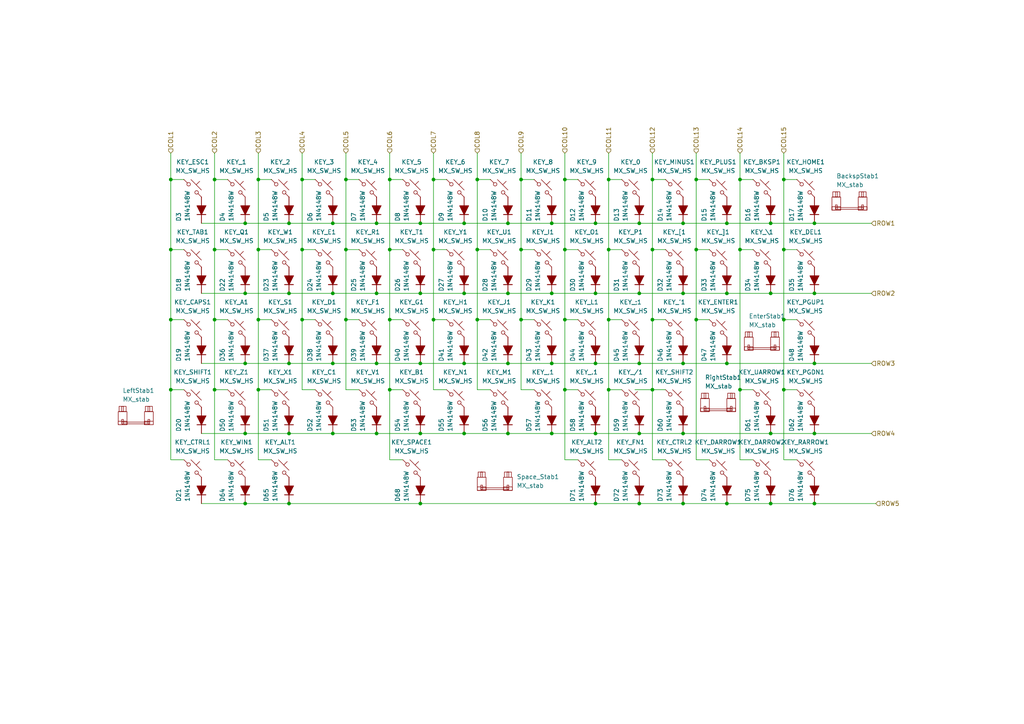
<source format=kicad_sch>
(kicad_sch (version 20250114) (generator "eeschema") (generator_version "9.0")
  (paper "A4")
  (junction (at 227.33 72.39))
  (junction (at 223.52 146.05))
  (junction (at 151.13 92.71))
  (junction (at 74.93 92.71))
  (junction (at 147.32 125.73))
  (junction (at 138.43 72.39))
  (junction (at 83.82 85.09))
  (junction (at 198.12 85.09))
  (junction (at 210.82 85.09))
  (junction (at 109.22 64.77))
  (junction (at 113.03 113.03))
  (junction (at 210.82 105.41))
  (junction (at 227.33 92.71))
  (junction (at 176.53 113.03))
  (junction (at 147.32 105.41))
  (junction (at 83.82 125.73))
  (junction (at 138.43 52.07))
  (junction (at 62.23 92.71))
  (junction (at 96.52 125.73))
  (junction (at 62.23 113.03))
  (junction (at 160.02 85.09))
  (junction (at 163.83 92.71))
  (junction (at 74.93 72.39))
  (junction (at 223.52 125.73))
  (junction (at 214.63 113.03))
  (junction (at 71.12 125.73))
  (junction (at 134.62 105.41))
  (junction (at 236.22 146.05))
  (junction (at 96.52 105.41))
  (junction (at 134.62 85.09))
  (junction (at 71.12 64.77))
  (junction (at 201.93 72.39))
  (junction (at 198.12 146.05))
  (junction (at 160.02 125.73))
  (junction (at 83.82 105.41))
  (junction (at 96.52 64.77))
  (junction (at 201.93 92.71))
  (junction (at 198.12 125.73))
  (junction (at 223.52 64.77))
  (junction (at 189.23 113.03))
  (junction (at 62.23 72.39))
  (junction (at 121.92 105.41))
  (junction (at 236.22 85.09))
  (junction (at 185.42 146.05))
  (junction (at 151.13 52.07))
  (junction (at 71.12 85.09))
  (junction (at 189.23 52.07))
  (junction (at 176.53 52.07))
  (junction (at 87.63 52.07))
  (junction (at 198.12 64.77))
  (junction (at 113.03 52.07))
  (junction (at 49.53 72.39))
  (junction (at 185.42 85.09))
  (junction (at 138.43 92.71))
  (junction (at 172.72 85.09))
  (junction (at 100.33 72.39))
  (junction (at 189.23 72.39))
  (junction (at 74.93 113.03))
  (junction (at 176.53 92.71))
  (junction (at 121.92 125.73))
  (junction (at 210.82 146.05))
  (junction (at 125.73 72.39))
  (junction (at 109.22 125.73))
  (junction (at 121.92 85.09))
  (junction (at 172.72 146.05))
  (junction (at 71.12 146.05))
  (junction (at 227.33 52.07))
  (junction (at 121.92 64.77))
  (junction (at 109.22 85.09))
  (junction (at 109.22 105.41))
  (junction (at 134.62 64.77))
  (junction (at 49.53 113.03))
  (junction (at 125.73 92.71))
  (junction (at 189.23 92.71))
  (junction (at 87.63 72.39))
  (junction (at 185.42 105.41))
  (junction (at 83.82 146.05))
  (junction (at 236.22 105.41))
  (junction (at 62.23 52.07))
  (junction (at 49.53 52.07))
  (junction (at 163.83 52.07))
  (junction (at 172.72 64.77))
  (junction (at 160.02 105.41))
  (junction (at 96.52 85.09))
  (junction (at 113.03 72.39))
  (junction (at 227.33 113.03))
  (junction (at 160.02 64.77))
  (junction (at 74.93 52.07))
  (junction (at 71.12 105.41))
  (junction (at 83.82 64.77))
  (junction (at 210.82 64.77))
  (junction (at 100.33 92.71))
  (junction (at 134.62 125.73))
  (junction (at 125.73 52.07))
  (junction (at 214.63 72.39))
  (junction (at 151.13 72.39))
  (junction (at 100.33 52.07))
  (junction (at 121.92 146.05))
  (junction (at 198.12 105.41))
  (junction (at 163.83 113.03))
  (junction (at 172.72 105.41))
  (junction (at 176.53 72.39))
  (junction (at 147.32 85.09))
  (junction (at 172.72 125.73))
  (junction (at 236.22 125.73))
  (junction (at 163.83 72.39))
  (junction (at 87.63 92.71))
  (junction (at 214.63 52.07))
  (junction (at 147.32 64.77))
  (junction (at 185.42 125.73))
  (junction (at 201.93 52.07))
  (junction (at 49.53 92.71))
  (junction (at 185.42 64.77))
  (junction (at 223.52 85.09))
  (junction (at 236.22 64.77))
  (junction (at 113.03 92.71))
  (wire (pts (xy 163.83 113.03) (xy 167.64 113.03)))
  (wire (pts (xy 198.12 146.05) (xy 210.82 146.05)))
  (wire (pts (xy 113.03 52.07) (xy 113.03 72.39)))
  (wire (pts (xy 138.43 44.45) (xy 138.43 52.07)))
  (wire (pts (xy 172.72 64.77) (xy 185.42 64.77)))
  (wire (pts (xy 87.63 72.39) (xy 87.63 92.71)))
  (wire (pts (xy 227.33 72.39) (xy 231.14 72.39)))
  (wire (pts (xy 227.33 52.07) (xy 227.33 72.39)))
  (wire (pts (xy 100.33 92.71) (xy 100.33 113.03)))
  (wire (pts (xy 163.83 72.39) (xy 167.64 72.39)))
  (wire (pts (xy 151.13 72.39) (xy 151.13 92.71)))
  (wire (pts (xy 163.83 92.71) (xy 163.83 113.03)))
  (wire (pts (xy 74.93 113.03) (xy 74.93 133.35)))
  (wire (pts (xy 151.13 44.45) (xy 151.13 52.07)))
  (wire (pts (xy 176.53 52.07) (xy 180.34 52.07)))
  (wire (pts (xy 223.52 146.05) (xy 236.22 146.05)))
  (wire (pts (xy 49.53 113.03) (xy 53.34 113.03)))
  (wire (pts (xy 83.82 105.41) (xy 71.12 105.41)))
  (wire (pts (xy 74.93 133.35) (xy 78.74 133.35)))
  (wire (pts (xy 176.53 92.71) (xy 180.34 92.71)))
  (wire (pts (xy 236.22 105.41) (xy 252.73 105.41)))
  (wire (pts (xy 113.03 72.39) (xy 116.84 72.39)))
  (wire (pts (xy 49.53 44.45) (xy 49.53 52.07)))
  (wire (pts (xy 49.53 133.35) (xy 53.34 133.35)))
  (wire (pts (xy 223.52 64.77) (xy 236.22 64.77)))
  (wire (pts (xy 121.92 125.73) (xy 109.22 125.73)))
  (wire (pts (xy 49.53 92.71) (xy 53.34 92.71)))
  (wire (pts (xy 214.63 133.35) (xy 218.44 133.35)))
  (wire (pts (xy 147.32 85.09) (xy 134.62 85.09)))
  (wire (pts (xy 198.12 105.41) (xy 185.42 105.41)))
  (wire (pts (xy 87.63 52.07) (xy 91.44 52.07)))
  (wire (pts (xy 83.82 64.77) (xy 96.52 64.77)))
  (wire (pts (xy 198.12 85.09) (xy 185.42 85.09)))
  (wire (pts (xy 160.02 64.77) (xy 172.72 64.77)))
  (wire (pts (xy 163.83 52.07) (xy 167.64 52.07)))
  (wire (pts (xy 227.33 133.35) (xy 231.14 133.35)))
  (wire (pts (xy 134.62 85.09) (xy 121.92 85.09)))
  (wire (pts (xy 138.43 52.07) (xy 142.24 52.07)))
  (wire (pts (xy 83.82 125.73) (xy 71.12 125.73)))
  (wire (pts (xy 227.33 44.45) (xy 227.33 52.07)))
  (wire (pts (xy 74.93 72.39) (xy 74.93 92.71)))
  (wire (pts (xy 214.63 113.03) (xy 214.63 133.35)))
  (wire (pts (xy 125.73 52.07) (xy 129.54 52.07)))
  (wire (pts (xy 163.83 133.35) (xy 167.64 133.35)))
  (wire (pts (xy 160.02 105.41) (xy 147.32 105.41)))
  (wire (pts (xy 96.52 125.73) (xy 83.82 125.73)))
  (wire (pts (xy 205.74 92.71) (xy 201.93 92.71)))
  (wire (pts (xy 74.93 52.07) (xy 74.93 72.39)))
  (wire (pts (xy 252.73 85.09) (xy 236.22 85.09)))
  (wire (pts (xy 87.63 72.39) (xy 91.44 72.39)))
  (wire (pts (xy 109.22 85.09) (xy 96.52 85.09)))
  (wire (pts (xy 198.12 105.41) (xy 210.82 105.41)))
  (wire (pts (xy 74.93 52.07) (xy 78.74 52.07)))
  (wire (pts (xy 138.43 113.03) (xy 142.24 113.03)))
  (wire (pts (xy 236.22 125.73) (xy 252.73 125.73)))
  (wire (pts (xy 71.12 85.09) (xy 58.42 85.09)))
  (wire (pts (xy 198.12 64.77) (xy 210.82 64.77)))
  (wire (pts (xy 113.03 113.03) (xy 116.84 113.03)))
  (wire (pts (xy 71.12 146.05) (xy 58.42 146.05)))
  (wire (pts (xy 151.13 72.39) (xy 154.94 72.39)))
  (wire (pts (xy 96.52 64.77) (xy 109.22 64.77)))
  (wire (pts (xy 87.63 44.45) (xy 87.63 52.07)))
  (wire (pts (xy 176.53 72.39) (xy 176.53 92.71)))
  (wire (pts (xy 74.93 72.39) (xy 78.74 72.39)))
  (wire (pts (xy 58.42 64.77) (xy 71.12 64.77)))
  (wire (pts (xy 121.92 85.09) (xy 109.22 85.09)))
  (wire (pts (xy 227.33 113.03) (xy 231.14 113.03)))
  (wire (pts (xy 62.23 113.03) (xy 62.23 133.35)))
  (wire (pts (xy 163.83 113.03) (xy 163.83 133.35)))
  (wire (pts (xy 236.22 146.05) (xy 254 146.05)))
  (wire (pts (xy 176.53 44.45) (xy 176.53 52.07)))
  (wire (pts (xy 223.52 125.73) (xy 236.22 125.73)))
  (wire (pts (xy 172.72 125.73) (xy 160.02 125.73)))
  (wire (pts (xy 198.12 125.73) (xy 223.52 125.73)))
  (wire (pts (xy 189.23 72.39) (xy 189.23 92.71)))
  (wire (pts (xy 125.73 44.45) (xy 125.73 52.07)))
  (wire (pts (xy 189.23 92.71) (xy 189.23 113.03)))
  (wire (pts (xy 172.72 146.05) (xy 185.42 146.05)))
  (wire (pts (xy 160.02 125.73) (xy 147.32 125.73)))
  (wire (pts (xy 100.33 113.03) (xy 104.14 113.03)))
  (wire (pts (xy 201.93 72.39) (xy 205.74 72.39)))
  (wire (pts (xy 96.52 105.41) (xy 83.82 105.41)))
  (wire (pts (xy 125.73 72.39) (xy 125.73 92.71)))
  (wire (pts (xy 201.93 52.07) (xy 205.74 52.07)))
  (wire (pts (xy 62.23 72.39) (xy 66.04 72.39)))
  (wire (pts (xy 96.52 85.09) (xy 83.82 85.09)))
  (wire (pts (xy 62.23 72.39) (xy 62.23 92.71)))
  (wire (pts (xy 100.33 44.45) (xy 100.33 52.07)))
  (wire (pts (xy 121.92 64.77) (xy 134.62 64.77)))
  (wire (pts (xy 185.42 125.73) (xy 198.12 125.73)))
  (wire (pts (xy 62.23 52.07) (xy 66.04 52.07)))
  (wire (pts (xy 151.13 92.71) (xy 154.94 92.71)))
  (wire (pts (xy 83.82 85.09) (xy 71.12 85.09)))
  (wire (pts (xy 176.53 72.39) (xy 180.34 72.39)))
  (wire (pts (xy 223.52 85.09) (xy 210.82 85.09)))
  (wire (pts (xy 176.53 133.35) (xy 180.34 133.35)))
  (wire (pts (xy 71.12 125.73) (xy 58.42 125.73)))
  (wire (pts (xy 201.93 133.35) (xy 205.74 133.35)))
  (wire (pts (xy 147.32 125.73) (xy 134.62 125.73)))
  (wire (pts (xy 113.03 113.03) (xy 113.03 133.35)))
  (wire (pts (xy 100.33 92.71) (xy 104.14 92.71)))
  (wire (pts (xy 201.93 52.07) (xy 201.93 72.39)))
  (wire (pts (xy 185.42 85.09) (xy 172.72 85.09)))
  (wire (pts (xy 109.22 64.77) (xy 121.92 64.77)))
  (wire (pts (xy 214.63 52.07) (xy 218.44 52.07)))
  (wire (pts (xy 121.92 105.41) (xy 109.22 105.41)))
  (wire (pts (xy 100.33 52.07) (xy 104.14 52.07)))
  (wire (pts (xy 49.53 72.39) (xy 49.53 92.71)))
  (wire (pts (xy 138.43 72.39) (xy 138.43 92.71)))
  (wire (pts (xy 138.43 92.71) (xy 138.43 113.03)))
  (wire (pts (xy 74.93 44.45) (xy 74.93 52.07)))
  (wire (pts (xy 121.92 146.05) (xy 172.72 146.05)))
  (wire (pts (xy 214.63 52.07) (xy 214.63 72.39)))
  (wire (pts (xy 151.13 52.07) (xy 154.94 52.07)))
  (wire (pts (xy 189.23 113.03) (xy 193.04 113.03)))
  (wire (pts (xy 189.23 44.45) (xy 189.23 52.07)))
  (wire (pts (xy 100.33 52.07) (xy 100.33 72.39)))
  (wire (pts (xy 100.33 72.39) (xy 100.33 92.71)))
  (wire (pts (xy 151.13 92.71) (xy 151.13 113.03)))
  (wire (pts (xy 49.53 52.07) (xy 53.34 52.07)))
  (wire (pts (xy 214.63 44.45) (xy 214.63 52.07)))
  (wire (pts (xy 189.23 52.07) (xy 193.04 52.07)))
  (wire (pts (xy 109.22 105.41) (xy 96.52 105.41)))
  (wire (pts (xy 83.82 146.05) (xy 121.92 146.05)))
  (wire (pts (xy 227.33 92.71) (xy 227.33 113.03)))
  (wire (pts (xy 138.43 72.39) (xy 142.24 72.39)))
  (wire (pts (xy 109.22 125.73) (xy 96.52 125.73)))
  (wire (pts (xy 62.23 133.35) (xy 66.04 133.35)))
  (wire (pts (xy 172.72 105.41) (xy 160.02 105.41)))
  (wire (pts (xy 151.13 52.07) (xy 151.13 72.39)))
  (wire (pts (xy 125.73 113.03) (xy 125.73 92.71)))
  (wire (pts (xy 227.33 92.71) (xy 231.14 92.71)))
  (wire (pts (xy 201.93 92.71) (xy 201.93 133.35)))
  (wire (pts (xy 210.82 85.09) (xy 198.12 85.09)))
  (wire (pts (xy 236.22 85.09) (xy 223.52 85.09)))
  (wire (pts (xy 71.12 64.77) (xy 83.82 64.77)))
  (wire (pts (xy 125.73 92.71) (xy 129.54 92.71)))
  (wire (pts (xy 62.23 92.71) (xy 62.23 113.03)))
  (wire (pts (xy 189.23 113.03) (xy 189.23 133.35)))
  (wire (pts (xy 236.22 64.77) (xy 252.73 64.77)))
  (wire (pts (xy 62.23 52.07) (xy 62.23 72.39)))
  (wire (pts (xy 176.53 113.03) (xy 176.53 133.35)))
  (wire (pts (xy 210.82 146.05) (xy 223.52 146.05)))
  (wire (pts (xy 147.32 105.41) (xy 134.62 105.41)))
  (wire (pts (xy 74.93 113.03) (xy 78.74 113.03)))
  (wire (pts (xy 113.03 133.35) (xy 116.84 133.35)))
  (wire (pts (xy 218.44 113.03) (xy 214.63 113.03)))
  (wire (pts (xy 227.33 52.07) (xy 231.14 52.07)))
  (wire (pts (xy 193.04 92.71) (xy 189.23 92.71)))
  (wire (pts (xy 49.53 113.03) (xy 49.53 133.35)))
  (wire (pts (xy 163.83 44.45) (xy 163.83 52.07)))
  (wire (pts (xy 189.23 52.07) (xy 189.23 72.39)))
  (wire (pts (xy 125.73 113.03) (xy 129.54 113.03)))
  (wire (pts (xy 227.33 113.03) (xy 227.33 133.35)))
  (wire (pts (xy 62.23 113.03) (xy 66.04 113.03)))
  (wire (pts (xy 138.43 92.71) (xy 142.24 92.71)))
  (wire (pts (xy 134.62 125.73) (xy 121.92 125.73)))
  (wire (pts (xy 151.13 113.03) (xy 154.94 113.03)))
  (wire (pts (xy 113.03 52.07) (xy 116.84 52.07)))
  (wire (pts (xy 87.63 92.71) (xy 87.63 113.03)))
  (wire (pts (xy 74.93 92.71) (xy 78.74 92.71)))
  (wire (pts (xy 184.15 113.03) (xy 189.23 113.03)))
  (wire (pts (xy 227.33 72.39) (xy 227.33 92.71)))
  (wire (pts (xy 163.83 52.07) (xy 163.83 72.39)))
  (wire (pts (xy 185.42 105.41) (xy 172.72 105.41)))
  (wire (pts (xy 185.42 64.77) (xy 198.12 64.77)))
  (wire (pts (xy 62.23 44.45) (xy 62.23 52.07)))
  (wire (pts (xy 49.53 72.39) (xy 53.34 72.39)))
  (wire (pts (xy 163.83 92.71) (xy 167.64 92.71)))
  (wire (pts (xy 189.23 72.39) (xy 193.04 72.39)))
  (wire (pts (xy 125.73 52.07) (xy 125.73 72.39)))
  (wire (pts (xy 83.82 146.05) (xy 71.12 146.05)))
  (wire (pts (xy 185.42 125.73) (xy 172.72 125.73)))
  (wire (pts (xy 214.63 113.03) (xy 214.63 72.39)))
  (wire (pts (xy 138.43 52.07) (xy 138.43 72.39)))
  (wire (pts (xy 134.62 64.77) (xy 147.32 64.77)))
  (wire (pts (xy 113.03 92.71) (xy 113.03 113.03)))
  (wire (pts (xy 71.12 105.41) (xy 58.42 105.41)))
  (wire (pts (xy 189.23 133.35) (xy 193.04 133.35)))
  (wire (pts (xy 185.42 146.05) (xy 198.12 146.05)))
  (wire (pts (xy 49.53 92.71) (xy 49.53 113.03)))
  (wire (pts (xy 113.03 72.39) (xy 113.03 92.71)))
  (wire (pts (xy 74.93 92.71) (xy 74.93 113.03)))
  (wire (pts (xy 100.33 72.39) (xy 104.14 72.39)))
  (wire (pts (xy 172.72 85.09) (xy 160.02 85.09)))
  (wire (pts (xy 210.82 64.77) (xy 223.52 64.77)))
  (wire (pts (xy 176.53 113.03) (xy 180.34 113.03)))
  (wire (pts (xy 49.53 52.07) (xy 49.53 72.39)))
  (wire (pts (xy 163.83 72.39) (xy 163.83 92.71)))
  (wire (pts (xy 113.03 92.71) (xy 116.84 92.71)))
  (wire (pts (xy 62.23 92.71) (xy 66.04 92.71)))
  (wire (pts (xy 134.62 105.41) (xy 121.92 105.41)))
  (wire (pts (xy 147.32 64.77) (xy 160.02 64.77)))
  (wire (pts (xy 176.53 52.07) (xy 176.53 72.39)))
  (wire (pts (xy 210.82 105.41) (xy 236.22 105.41)))
  (wire (pts (xy 87.63 113.03) (xy 91.44 113.03)))
  (wire (pts (xy 87.63 92.71) (xy 91.44 92.71)))
  (wire (pts (xy 113.03 44.45) (xy 113.03 52.07)))
  (wire (pts (xy 125.73 72.39) (xy 129.54 72.39)))
  (wire (pts (xy 201.93 72.39) (xy 201.93 92.71)))
  (wire (pts (xy 201.93 44.45) (xy 201.93 52.07)))
  (wire (pts (xy 214.63 72.39) (xy 218.44 72.39)))
  (wire (pts (xy 176.53 92.71) (xy 176.53 113.03)))
  (wire (pts (xy 160.02 85.09) (xy 147.32 85.09)))
  (wire (pts (xy 87.63 52.07) (xy 87.63 72.39)))
  (hierarchical_label "COL2" (shape input) (at 62.23 44.45 90))
  (hierarchical_label "COL4" (shape input) (at 87.63 44.45 90))
  (hierarchical_label "ROW1" (shape input) (at 252.73 64.77 0))
  (hierarchical_label "COL7" (shape input) (at 125.73 44.45 90))
  (hierarchical_label "COL3" (shape input) (at 74.93 44.45 90))
  (hierarchical_label "COL6" (shape input) (at 113.03 44.45 90))
  (hierarchical_label "ROW4" (shape input) (at 252.73 125.73 0))
  (hierarchical_label "COL12" (shape input) (at 189.23 44.45 90))
  (hierarchical_label "ROW3" (shape input) (at 252.73 105.41 0))
  (hierarchical_label "COL11" (shape input) (at 176.53 44.45 90))
  (hierarchical_label "COL1" (shape input) (at 49.53 44.45 90))
  (hierarchical_label "COL13" (shape input) (at 201.93 44.45 90))
  (hierarchical_label "COL10" (shape input) (at 163.83 44.45 90))
  (hierarchical_label "ROW2" (shape input) (at 252.73 85.09 0))
  (hierarchical_label "COL14" (shape input) (at 214.63 44.45 90))
  (hierarchical_label "COL9" (shape input) (at 151.13 44.45 90))
  (hierarchical_label "COL8" (shape input) (at 138.43 44.45 90))
  (hierarchical_label "COL5" (shape input) (at 100.33 44.45 90))
  (hierarchical_label "COL15" (shape input) (at 227.33 44.45 90))
  (hierarchical_label "ROW5" (shape input) (at 254 146.05 0))
  (symbol (lib_id "PCM_marbastlib-mx:MX_SW_HS_CPG151101S11") (at 132.08 115.57 0) (unit 1)
    (property "Reference" "KEY_N1" (at 132.08 107.95 0))
    (property "Value" "MX_SW_HS" (at 132.08 110.49 0))
    (property "Footprint" "PCM_marbastlib-mx:SW_MX_HS_CPG151101S11_1u" (effects (hide yes)))
    (property "Description" "Push button switch, normally open, two pins, 45° tilted, Kailh CPG151101S11 for Cherry MX style switches" (effects (hide yes)))
  )
  (symbol (lib_id "PCM_marbastlib-mx:MX_SW_HS_CPG151101S11") (at 170.18 74.93 0) (unit 1)
    (property "Reference" "KEY_O1" (at 170.18 67.31 0))
    (property "Value" "MX_SW_HS" (at 170.18 69.85 0))
    (property "Footprint" "PCM_marbastlib-mx:SW_MX_HS_CPG151101S11_1u" (effects (hide yes)))
    (property "Description" "Push button switch, normally open, two pins, 45° tilted, Kailh CPG151101S11 for Cherry MX style switches" (effects (hide yes)))
  )
  (symbol (lib_id "PCM_marbastlib-mx:MX_SW_HS_CPG151101S11") (at 144.78 95.25 0) (unit 1)
    (property "Reference" "KEY_J1" (at 144.78 87.63 0))
    (property "Value" "MX_SW_HS" (at 144.78 90.17 0))
    (property "Footprint" "PCM_marbastlib-mx:SW_MX_HS_CPG151101S11_1u" (effects (hide yes)))
    (property "Description" "Push button switch, normally open, two pins, 45° tilted, Kailh CPG151101S11 for Cherry MX style switches" (effects (hide yes)))
  )
  (symbol (lib_id "PCM_marbastlib-mx:MX_SW_HS_CPG151101S11") (at 170.18 135.89 0) (unit 1)
    (property "Reference" "KEY_ALT2" (at 170.18 128.27 0))
    (property "Value" "MX_SW_HS" (at 170.18 130.81 0))
    (property "Footprint" "PCM_marbastlib-mx:SW_MX_HS_CPG151101S11_1u" (effects (hide yes)))
    (property "Description" "Push button switch, normally open, two pins, 45° tilted, Kailh CPG151101S11 for Cherry MX style switches" (effects (hide yes)))
  )
  (symbol (lib_id "PCM_Diode_AKL:1N4148W") (at 236.22 81.28 270) (unit 1)
    (property "Reference" "D35" (at 229.616 84.582 0) (effects (justify right)))
    (property "Value" "1N4148W" (at 232.156 84.582 0) (effects (justify right)))
    (property "Footprint" "PCM_Diode_SMD_AKL:D_SOD-123" (effects (hide yes)))
    (property "Datasheet" "https://datasheet.octopart.com/1N4148W-HE3-18-Vishay-datasheet-17291302.pdf" (effects (hide yes)))
    (property "Description" "SOD-123 Diode, Small Signal, Fast Switching, 75V, 150mA, 4ns, Alternate KiCad Library" (effects (hide yes)))
  )
  (symbol (lib_id "PCM_Diode_AKL:1N4148W") (at 121.92 142.24 270) (unit 1)
    (property "Reference" "D68" (at 115.316 145.542 0) (effects (justify right)))
    (property "Value" "1N4148W" (at 117.856 145.542 0) (effects (justify right)))
    (property "Footprint" "PCM_Diode_SMD_AKL:D_SOD-123" (effects (hide yes)))
    (property "Datasheet" "https://datasheet.octopart.com/1N4148W-HE3-18-Vishay-datasheet-17291302.pdf" (effects (hide yes)))
    (property "Description" "SOD-123 Diode, Small Signal, Fast Switching, 75V, 150mA, 4ns, Alternate KiCad Library" (effects (hide yes)))
  )
  (symbol (lib_id "PCM_Diode_AKL:1N4148W") (at 71.12 101.6 270) (unit 1)
    (property "Reference" "D36" (at 64.516 104.902 0) (effects (justify right)))
    (property "Value" "1N4148W" (at 67.056 104.902 0) (effects (justify right)))
    (property "Footprint" "PCM_Diode_SMD_AKL:D_SOD-123" (effects (hide yes)))
    (property "Datasheet" "https://datasheet.octopart.com/1N4148W-HE3-18-Vishay-datasheet-17291302.pdf" (effects (hide yes)))
    (property "Description" "SOD-123 Diode, Small Signal, Fast Switching, 75V, 150mA, 4ns, Alternate KiCad Library" (effects (hide yes)))
  )
  (symbol (lib_id "PCM_marbastlib-mx:MX_SW_HS_CPG151101S11") (at 81.28 135.89 0) (unit 1)
    (property "Reference" "KEY_ALT1" (at 81.28 128.27 0))
    (property "Value" "MX_SW_HS" (at 81.28 130.81 0))
    (property "Footprint" "PCM_marbastlib-mx:SW_MX_HS_CPG151101S11_1u" (effects (hide yes)))
    (property "Description" "Push button switch, normally open, two pins, 45° tilted, Kailh CPG151101S11 for Cherry MX style switches" (effects (hide yes)))
  )
  (symbol (lib_id "PCM_Diode_AKL:1N4148W") (at 134.62 81.28 270) (unit 1)
    (property "Reference" "D27" (at 128.016 84.582 0) (effects (justify right)))
    (property "Value" "1N4148W" (at 130.556 84.582 0) (effects (justify right)))
    (property "Footprint" "PCM_Diode_SMD_AKL:D_SOD-123" (effects (hide yes)))
    (property "Datasheet" "https://datasheet.octopart.com/1N4148W-HE3-18-Vishay-datasheet-17291302.pdf" (effects (hide yes)))
    (property "Description" "SOD-123 Diode, Small Signal, Fast Switching, 75V, 150mA, 4ns, Alternate KiCad Library" (effects (hide yes)))
  )
  (symbol (lib_id "PCM_marbastlib-mx:MX_SW_HS_CPG151101S11") (at 220.98 74.93 0) (unit 1)
    (property "Reference" "KEY_\\1" (at 220.98 67.31 0))
    (property "Value" "MX_SW_HS" (at 220.98 69.85 0))
    (property "Footprint" "PCM_marbastlib-mx:SW_MX_HS_CPG151101S11_1u" (effects (hide yes)))
    (property "Description" "Push button switch, normally open, two pins, 45° tilted, Kailh CPG151101S11 for Cherry MX style switches" (effects (hide yes)))
  )
  (symbol (lib_id "PCM_marbastlib-mx:MX_SW_HS_CPG151101S11") (at 233.68 115.57 0) (unit 1)
    (property "Reference" "KEY_PGDN1" (at 233.68 107.95 0))
    (property "Value" "MX_SW_HS" (at 233.68 110.49 0))
    (property "Footprint" "PCM_marbastlib-mx:SW_MX_HS_CPG151101S11_1u" (effects (hide yes)))
    (property "Description" "Push button switch, normally open, two pins, 45° tilted, Kailh CPG151101S11 for Cherry MX style switches" (effects (hide yes)))
  )
  (symbol (lib_id "PCM_marbastlib-mx:MX_SW_HS_CPG151101S11") (at 233.68 135.89 0) (unit 1)
    (property "Reference" "KEY_RARROW1" (at 233.68 128.27 0))
    (property "Value" "MX_SW_HS" (at 233.68 130.81 0))
    (property "Footprint" "PCM_marbastlib-mx:SW_MX_HS_CPG151101S11_1u" (effects (hide yes)))
    (property "Description" "Push button switch, normally open, two pins, 45° tilted, Kailh CPG151101S11 for Cherry MX style switches" (effects (hide yes)))
  )
  (symbol (lib_id "PCM_Diode_AKL:1N4148W") (at 160.02 60.96 270) (unit 1)
    (property "Reference" "D11" (at 153.416 64.262 0) (effects (justify right)))
    (property "Value" "1N4148W" (at 155.956 64.262 0) (effects (justify right)))
    (property "Footprint" "PCM_Diode_SMD_AKL:D_SOD-123" (effects (hide yes)))
    (property "Datasheet" "https://datasheet.octopart.com/1N4148W-HE3-18-Vishay-datasheet-17291302.pdf" (effects (hide yes)))
    (property "Description" "SOD-123 Diode, Small Signal, Fast Switching, 75V, 150mA, 4ns, Alternate KiCad Library" (effects (hide yes)))
  )
  (symbol (lib_id "PCM_Diode_AKL:1N4148W") (at 96.52 121.92 270) (unit 1)
    (property "Reference" "D52" (at 89.916 125.222 0) (effects (justify right)))
    (property "Value" "1N4148W" (at 92.456 125.222 0) (effects (justify right)))
    (property "Footprint" "PCM_Diode_SMD_AKL:D_SOD-123" (effects (hide yes)))
    (property "Datasheet" "https://datasheet.octopart.com/1N4148W-HE3-18-Vishay-datasheet-17291302.pdf" (effects (hide yes)))
    (property "Description" "SOD-123 Diode, Small Signal, Fast Switching, 75V, 150mA, 4ns, Alternate KiCad Library" (effects (hide yes)))
  )
  (symbol (lib_id "PCM_Diode_AKL:1N4148W") (at 198.12 121.92 270) (unit 1)
    (property "Reference" "D60" (at 191.516 125.222 0) (effects (justify right)))
    (property "Value" "1N4148W" (at 194.056 125.222 0) (effects (justify right)))
    (property "Footprint" "PCM_Diode_SMD_AKL:D_SOD-123" (effects (hide yes)))
    (property "Datasheet" "https://datasheet.octopart.com/1N4148W-HE3-18-Vishay-datasheet-17291302.pdf" (effects (hide yes)))
    (property "Description" "SOD-123 Diode, Small Signal, Fast Switching, 75V, 150mA, 4ns, Alternate KiCad Library" (effects (hide yes)))
  )
  (symbol (lib_id "PCM_marbastlib-mx:MX_SW_HS_CPG151101S11") (at 182.88 54.61 0) (unit 1)
    (property "Reference" "KEY_0" (at 182.88 46.99 0))
    (property "Value" "MX_SW_HS" (at 182.88 49.53 0))
    (property "Footprint" "PCM_marbastlib-mx:SW_MX_HS_CPG151101S11_1u" (effects (hide yes)))
    (property "Description" "Push button switch, normally open, two pins, 45° tilted, Kailh CPG151101S11 for Cherry MX style switches" (effects (hide yes)))
  )
  (symbol (lib_id "PCM_Diode_AKL:1N4148W") (at 147.32 81.28 270) (unit 1)
    (property "Reference" "D28" (at 140.716 84.582 0) (effects (justify right)))
    (property "Value" "1N4148W" (at 143.256 84.582 0) (effects (justify right)))
    (property "Footprint" "PCM_Diode_SMD_AKL:D_SOD-123" (effects (hide yes)))
    (property "Datasheet" "https://datasheet.octopart.com/1N4148W-HE3-18-Vishay-datasheet-17291302.pdf" (effects (hide yes)))
    (property "Description" "SOD-123 Diode, Small Signal, Fast Switching, 75V, 150mA, 4ns, Alternate KiCad Library" (effects (hide yes)))
  )
  (symbol (lib_id "PCM_marbastlib-mx:MX_SW_HS_CPG151101S11") (at 195.58 74.93 0) (unit 1)
    (property "Reference" "KEY_[1" (at 195.58 67.31 0))
    (property "Value" "MX_SW_HS" (at 195.58 69.85 0))
    (property "Footprint" "PCM_marbastlib-mx:SW_MX_HS_CPG151101S11_1u" (effects (hide yes)))
    (property "Description" "Push button switch, normally open, two pins, 45° tilted, Kailh CPG151101S11 for Cherry MX style switches" (effects (hide yes)))
  )
  (symbol (lib_id "PCM_marbastlib-mx:MX_SW_HS_CPG151101S11") (at 208.28 135.89 0) (unit 1)
    (property "Reference" "KEY_DARROW1" (at 208.28 128.27 0))
    (property "Value" "MX_SW_HS" (at 208.28 130.81 0))
    (property "Footprint" "PCM_marbastlib-mx:SW_MX_HS_CPG151101S11_1u" (effects (hide yes)))
    (property "Description" "Push button switch, normally open, two pins, 45° tilted, Kailh CPG151101S11 for Cherry MX style switches" (effects (hide yes)))
  )
  (symbol (lib_id "PCM_marbastlib-mx:MX_SW_HS_CPG151101S11") (at 195.58 115.57 0) (unit 1)
    (property "Reference" "KEY_SHIFT2" (at 195.58 107.95 0))
    (property "Value" "MX_SW_HS" (at 195.58 110.49 0))
    (property "Footprint" "PCM_marbastlib-mx:SW_MX_HS_CPG151101S11_1u" (effects (hide yes)))
    (property "Description" "Push button switch, normally open, two pins, 45° tilted, Kailh CPG151101S11 for Cherry MX style switches" (effects (hide yes)))
  )
  (symbol (lib_id "PCM_Diode_AKL:1N4148W") (at 198.12 81.28 270) (unit 1)
    (property "Reference" "D32" (at 191.516 84.582 0) (effects (justify right)))
    (property "Value" "1N4148W" (at 194.056 84.582 0) (effects (justify right)))
    (property "Footprint" "PCM_Diode_SMD_AKL:D_SOD-123" (effects (hide yes)))
    (property "Datasheet" "https://datasheet.octopart.com/1N4148W-HE3-18-Vishay-datasheet-17291302.pdf" (effects (hide yes)))
    (property "Description" "SOD-123 Diode, Small Signal, Fast Switching, 75V, 150mA, 4ns, Alternate KiCad Library" (effects (hide yes)))
  )
  (symbol (lib_id "PCM_Diode_AKL:1N4148W") (at 185.42 142.24 270) (unit 1)
    (property "Reference" "D72" (at 178.816 145.542 0) (effects (justify right)))
    (property "Value" "1N4148W" (at 181.356 145.542 0) (effects (justify right)))
    (property "Footprint" "PCM_Diode_SMD_AKL:D_SOD-123" (effects (hide yes)))
    (property "Datasheet" "https://datasheet.octopart.com/1N4148W-HE3-18-Vishay-datasheet-17291302.pdf" (effects (hide yes)))
    (property "Description" "SOD-123 Diode, Small Signal, Fast Switching, 75V, 150mA, 4ns, Alternate KiCad Library" (effects (hide yes)))
  )
  (symbol (lib_id "PCM_Diode_AKL:1N4148W") (at 147.32 121.92 270) (unit 1)
    (property "Reference" "D56" (at 140.716 125.222 0) (effects (justify right)))
    (property "Value" "1N4148W" (at 143.256 125.222 0) (effects (justify right)))
    (property "Footprint" "PCM_Diode_SMD_AKL:D_SOD-123" (effects (hide yes)))
    (property "Datasheet" "https://datasheet.octopart.com/1N4148W-HE3-18-Vishay-datasheet-17291302.pdf" (effects (hide yes)))
    (property "Description" "SOD-123 Diode, Small Signal, Fast Switching, 75V, 150mA, 4ns, Alternate KiCad Library" (effects (hide yes)))
  )
  (symbol (lib_id "PCM_marbastlib-mx:MX_SW_HS_CPG151101S11") (at 106.68 54.61 0) (unit 1)
    (property "Reference" "KEY_4" (at 106.68 46.99 0))
    (property "Value" "MX_SW_HS" (at 106.68 49.53 0))
    (property "Footprint" "PCM_marbastlib-mx:SW_MX_HS_CPG151101S11_1u" (effects (hide yes)))
    (property "Description" "Push button switch, normally open, two pins, 45° tilted, Kailh CPG151101S11 for Cherry MX style switches" (effects (hide yes)))
  )
  (symbol (lib_id "PCM_marbastlib-mx:MX_SW_HS_CPG151101S11") (at 157.48 74.93 0) (unit 1)
    (property "Reference" "KEY_I1" (at 157.48 67.31 0))
    (property "Value" "MX_SW_HS" (at 157.48 69.85 0))
    (property "Footprint" "PCM_marbastlib-mx:SW_MX_HS_CPG151101S11_1u" (effects (hide yes)))
    (property "Description" "Push button switch, normally open, two pins, 45° tilted, Kailh CPG151101S11 for Cherry MX style switches" (effects (hide yes)))
  )
  (symbol (lib_id "PCM_marbastlib-mx:MX_SW_HS_CPG151101S11") (at 81.28 54.61 0) (unit 1)
    (property "Reference" "KEY_2" (at 81.28 46.99 0))
    (property "Value" "MX_SW_HS" (at 81.28 49.53 0))
    (property "Footprint" "PCM_marbastlib-mx:SW_MX_HS_CPG151101S11_1u" (effects (hide yes)))
    (property "Description" "Push button switch, normally open, two pins, 45° tilted, Kailh CPG151101S11 for Cherry MX style switches" (effects (hide yes)))
  )
  (symbol (lib_id "PCM_marbastlib-mx:MX_SW_HS_CPG151101S11") (at 157.48 54.61 0) (unit 1)
    (property "Reference" "KEY_8" (at 157.48 46.99 0))
    (property "Value" "MX_SW_HS" (at 157.48 49.53 0))
    (property "Footprint" "PCM_marbastlib-mx:SW_MX_HS_CPG151101S11_1u" (effects (hide yes)))
    (property "Description" "Push button switch, normally open, two pins, 45° tilted, Kailh CPG151101S11 for Cherry MX style switches" (effects (hide yes)))
  )
  (symbol (lib_id "PCM_marbastlib-mx:MX_SW_HS_CPG151101S11") (at 233.68 95.25 0) (unit 1)
    (property "Reference" "KEY_PGUP1" (at 233.68 87.63 0))
    (property "Value" "MX_SW_HS" (at 233.68 90.17 0))
    (property "Footprint" "PCM_marbastlib-mx:SW_MX_HS_CPG151101S11_1u" (effects (hide yes)))
    (property "Description" "Push button switch, normally open, two pins, 45° tilted, Kailh CPG151101S11 for Cherry MX style switches" (effects (hide yes)))
  )
  (symbol (lib_id "PCM_marbastlib-mx:MX_SW_HS_CPG151101S11") (at 144.78 54.61 0) (unit 1)
    (property "Reference" "KEY_7" (at 144.78 46.99 0))
    (property "Value" "MX_SW_HS" (at 144.78 49.53 0))
    (property "Footprint" "PCM_marbastlib-mx:SW_MX_HS_CPG151101S11_1u" (effects (hide yes)))
    (property "Description" "Push button switch, normally open, two pins, 45° tilted, Kailh CPG151101S11 for Cherry MX style switches" (effects (hide yes)))
  )
  (symbol (lib_id "PCM_marbastlib-mx:MX_SW_HS_CPG151101S11") (at 220.98 54.61 0) (unit 1)
    (property "Reference" "KEY_BKSP1" (at 220.98 46.99 0))
    (property "Value" "MX_SW_HS" (at 220.98 49.53 0))
    (property "Footprint" "PCM_marbastlib-mx:SW_MX_HS_CPG151101S11_1u" (effects (hide yes)))
    (property "Description" "Push button switch, normally open, two pins, 45° tilted, Kailh CPG151101S11 for Cherry MX style switches" (effects (hide yes)))
  )
  (symbol (lib_id "PCM_marbastlib-mx:MX_SW_HS_CPG151101S11") (at 55.88 135.89 0) (unit 1)
    (property "Reference" "KEY_CTRL1" (at 55.88 128.27 0))
    (property "Value" "MX_SW_HS" (at 55.88 130.81 0))
    (property "Footprint" "PCM_marbastlib-mx:SW_MX_HS_CPG151101S11_1u" (effects (hide yes)))
    (property "Description" "Push button switch, normally open, two pins, 45° tilted, Kailh CPG151101S11 for Cherry MX style switches" (effects (hide yes)))
  )
  (symbol (lib_id "PCM_marbastlib-mx:MX_SW_HS_CPG151101S11") (at 68.58 95.25 0) (unit 1)
    (property "Reference" "KEY_A1" (at 68.58 87.63 0))
    (property "Value" "MX_SW_HS" (at 68.58 90.17 0))
    (property "Footprint" "PCM_marbastlib-mx:SW_MX_HS_CPG151101S11_1u" (effects (hide yes)))
    (property "Description" "Push button switch, normally open, two pins, 45° tilted, Kailh CPG151101S11 for Cherry MX style switches" (effects (hide yes)))
  )
  (symbol (lib_id "PCM_marbastlib-mx:MX_SW_HS_CPG151101S11") (at 106.68 115.57 0) (unit 1)
    (property "Reference" "KEY_V1" (at 106.68 107.95 0))
    (property "Value" "MX_SW_HS" (at 106.68 110.49 0))
    (property "Footprint" "PCM_marbastlib-mx:SW_MX_HS_CPG151101S11_1u" (effects (hide yes)))
    (property "Description" "Push button switch, normally open, two pins, 45° tilted, Kailh CPG151101S11 for Cherry MX style switches" (effects (hide yes)))
  )
  (symbol (lib_id "PCM_marbastlib-mx:MX_SW_HS_CPG151101S11") (at 93.98 74.93 0) (unit 1)
    (property "Reference" "KEY_E1" (at 93.98 67.31 0))
    (property "Value" "MX_SW_HS" (at 93.98 69.85 0))
    (property "Footprint" "PCM_marbastlib-mx:SW_MX_HS_CPG151101S11_1u" (effects (hide yes)))
    (property "Description" "Push button switch, normally open, two pins, 45° tilted, Kailh CPG151101S11 for Cherry MX style switches" (effects (hide yes)))
  )
  (symbol (lib_id "PCM_marbastlib-mx:MX_stab") (at 220.98 99.06 0) (unit 1)
    (property "Reference" "EnterStab1" (at 217.17 91.694 0) (effects (justify left)))
    (property "Value" "MX_stab" (at 217.17 94.234 0) (effects (justify left)))
    (property "Footprint" "PCM_marbastlib-mx:STAB_MX_P_2.25u" (effects (hide yes)))
    (property "Description" "Cherry MX-style stabilizer" (effects (hide yes)))
  )
  (symbol (lib_id "PCM_marbastlib-mx:MX_SW_HS_CPG151101S11") (at 208.28 95.25 0) (unit 1)
    (property "Reference" "KEY_ENTER1" (at 208.28 87.63 0))
    (property "Value" "MX_SW_HS" (at 208.28 90.17 0))
    (property "Footprint" "PCM_marbastlib-mx:SW_MX_HS_CPG151101S11_1u" (effects (hide yes)))
    (property "Description" "Push button switch, normally open, two pins, 45° tilted, Kailh CPG151101S11 for Cherry MX style switches" (effects (hide yes)))
  )
  (symbol (lib_id "PCM_marbastlib-mx:MX_SW_HS_CPG151101S11") (at 106.68 95.25 0) (unit 1)
    (property "Reference" "KEY_F1" (at 106.68 87.63 0))
    (property "Value" "MX_SW_HS" (at 106.68 90.17 0))
    (property "Footprint" "PCM_marbastlib-mx:SW_MX_HS_CPG151101S11_1u" (effects (hide yes)))
    (property "Description" "Push button switch, normally open, two pins, 45° tilted, Kailh CPG151101S11 for Cherry MX style switches" (effects (hide yes)))
  )
  (symbol (lib_id "PCM_Diode_AKL:1N4148W") (at 58.42 101.6 270) (unit 1)
    (property "Reference" "D19" (at 51.816 104.902 0) (effects (justify right)))
    (property "Value" "1N4148W" (at 54.356 104.902 0) (effects (justify right)))
    (property "Footprint" "PCM_Diode_SMD_AKL:D_SOD-123" (effects (hide yes)))
    (property "Datasheet" "https://datasheet.octopart.com/1N4148W-HE3-18-Vishay-datasheet-17291302.pdf" (effects (hide yes)))
    (property "Description" "SOD-123 Diode, Small Signal, Fast Switching, 75V, 150mA, 4ns, Alternate KiCad Library" (effects (hide yes)))
  )
  (symbol (lib_id "PCM_marbastlib-mx:MX_SW_HS_CPG151101S11") (at 208.28 74.93 0) (unit 1)
    (property "Reference" "KEY_]1" (at 208.28 67.31 0))
    (property "Value" "MX_SW_HS" (at 208.28 69.85 0))
    (property "Footprint" "PCM_marbastlib-mx:SW_MX_HS_CPG151101S11_1u" (effects (hide yes)))
    (property "Description" "Push button switch, normally open, two pins, 45° tilted, Kailh CPG151101S11 for Cherry MX style switches" (effects (hide yes)))
  )
  (symbol (lib_id "PCM_marbastlib-mx:MX_SW_HS_CPG151101S11") (at 220.98 115.57 0) (unit 1)
    (property "Reference" "KEY_UARROW1" (at 220.98 107.95 0))
    (property "Value" "MX_SW_HS" (at 220.98 110.49 0))
    (property "Footprint" "PCM_marbastlib-mx:SW_MX_HS_CPG151101S11_1u" (effects (hide yes)))
    (property "Description" "Push button switch, normally open, two pins, 45° tilted, Kailh CPG151101S11 for Cherry MX style switches" (effects (hide yes)))
  )
  (symbol (lib_id "PCM_marbastlib-mx:MX_SW_HS_CPG151101S11") (at 220.98 135.89 0) (unit 1)
    (property "Reference" "KEY_DARROW2" (at 220.98 128.27 0))
    (property "Value" "MX_SW_HS" (at 220.98 130.81 0))
    (property "Footprint" "PCM_marbastlib-mx:SW_MX_HS_CPG151101S11_1u" (effects (hide yes)))
    (property "Description" "Push button switch, normally open, two pins, 45° tilted, Kailh CPG151101S11 for Cherry MX style switches" (effects (hide yes)))
  )
  (symbol (lib_id "PCM_marbastlib-mx:MX_SW_HS_CPG151101S11") (at 144.78 74.93 0) (unit 1)
    (property "Reference" "KEY_U1" (at 144.78 67.31 0))
    (property "Value" "MX_SW_HS" (at 144.78 69.85 0))
    (property "Footprint" "PCM_marbastlib-mx:SW_MX_HS_CPG151101S11_1u" (effects (hide yes)))
    (property "Description" "Push button switch, normally open, two pins, 45° tilted, Kailh CPG151101S11 for Cherry MX style switches" (effects (hide yes)))
  )
  (symbol (lib_id "PCM_Diode_AKL:1N4148W") (at 121.92 81.28 270) (unit 1)
    (property "Reference" "D26" (at 115.316 84.582 0) (effects (justify right)))
    (property "Value" "1N4148W" (at 117.856 84.582 0) (effects (justify right)))
    (property "Footprint" "PCM_Diode_SMD_AKL:D_SOD-123" (effects (hide yes)))
    (property "Datasheet" "https://datasheet.octopart.com/1N4148W-HE3-18-Vishay-datasheet-17291302.pdf" (effects (hide yes)))
    (property "Description" "SOD-123 Diode, Small Signal, Fast Switching, 75V, 150mA, 4ns, Alternate KiCad Library" (effects (hide yes)))
  )
  (symbol (lib_id "PCM_marbastlib-mx:MX_stab") (at 143.51 139.7 0) (unit 1)
    (property "Reference" "Space_Stab1" (at 149.86 138.3029 0) (effects (justify left)))
    (property "Value" "MX_stab" (at 149.86 140.8429 0) (effects (justify left)))
    (property "Footprint" "PCM_marbastlib-mx:STAB_MX_P_6.25u" (effects (hide yes)))
    (property "Description" "Cherry MX-style stabilizer" (effects (hide yes)))
  )
  (symbol (lib_id "PCM_Diode_AKL:1N4148W") (at 198.12 142.24 270) (unit 1)
    (property "Reference" "D73" (at 191.516 145.542 0) (effects (justify right)))
    (property "Value" "1N4148W" (at 194.056 145.542 0) (effects (justify right)))
    (property "Footprint" "PCM_Diode_SMD_AKL:D_SOD-123" (effects (hide yes)))
    (property "Datasheet" "https://datasheet.octopart.com/1N4148W-HE3-18-Vishay-datasheet-17291302.pdf" (effects (hide yes)))
    (property "Description" "SOD-123 Diode, Small Signal, Fast Switching, 75V, 150mA, 4ns, Alternate KiCad Library" (effects (hide yes)))
  )
  (symbol (lib_id "PCM_marbastlib-mx:MX_SW_HS_CPG151101S11") (at 195.58 95.25 0) (unit 1)
    (property "Reference" "KEY_'1" (at 195.58 87.63 0))
    (property "Value" "MX_SW_HS" (at 195.58 90.17 0))
    (property "Footprint" "PCM_marbastlib-mx:SW_MX_HS_CPG151101S11_1u" (effects (hide yes)))
    (property "Description" "Push button switch, normally open, two pins, 45° tilted, Kailh CPG151101S11 for Cherry MX style switches" (effects (hide yes)))
  )
  (symbol (lib_id "PCM_marbastlib-mx:MX_SW_HS_CPG151101S11") (at 55.88 54.61 0) (unit 1)
    (property "Reference" "KEY_ESC1" (at 55.88 46.99 0))
    (property "Value" "MX_SW_HS" (at 55.88 49.53 0))
    (property "Footprint" "PCM_marbastlib-mx:SW_MX_HS_CPG151101S11_1u" (effects (hide yes)))
    (property "Description" "Push button switch, normally open, two pins, 45° tilted, Kailh CPG151101S11 for Cherry MX style switches" (effects (hide yes)))
  )
  (symbol (lib_id "PCM_marbastlib-mx:MX_SW_HS_CPG151101S11") (at 170.18 95.25 0) (unit 1)
    (property "Reference" "KEY_L1" (at 170.18 87.63 0))
    (property "Value" "MX_SW_HS" (at 170.18 90.17 0))
    (property "Footprint" "PCM_marbastlib-mx:SW_MX_HS_CPG151101S11_1u" (effects (hide yes)))
    (property "Description" "Push button switch, normally open, two pins, 45° tilted, Kailh CPG151101S11 for Cherry MX style switches" (effects (hide yes)))
  )
  (symbol (lib_id "PCM_marbastlib-mx:MX_SW_HS_CPG151101S11") (at 68.58 54.61 0) (unit 1)
    (property "Reference" "KEY_1" (at 68.58 46.99 0))
    (property "Value" "MX_SW_HS" (at 68.58 49.53 0))
    (property "Footprint" "PCM_marbastlib-mx:SW_MX_HS_CPG151101S11_1u" (effects (hide yes)))
    (property "Description" "Push button switch, normally open, two pins, 45° tilted, Kailh CPG151101S11 for Cherry MX style switches" (effects (hide yes)))
  )
  (symbol (lib_id "PCM_marbastlib-mx:MX_SW_HS_CPG151101S11") (at 93.98 54.61 0) (unit 1)
    (property "Reference" "KEY_3" (at 93.98 46.99 0))
    (property "Value" "MX_SW_HS" (at 93.98 49.53 0))
    (property "Footprint" "PCM_marbastlib-mx:SW_MX_HS_CPG151101S11_1u" (effects (hide yes)))
    (property "Description" "Push button switch, normally open, two pins, 45° tilted, Kailh CPG151101S11 for Cherry MX style switches" (effects (hide yes)))
  )
  (symbol (lib_id "PCM_Diode_AKL:1N4148W") (at 236.22 101.6 270) (unit 1)
    (property "Reference" "D48" (at 229.616 104.902 0) (effects (justify right)))
    (property "Value" "1N4148W" (at 232.156 104.902 0) (effects (justify right)))
    (property "Footprint" "PCM_Diode_SMD_AKL:D_SOD-123" (effects (hide yes)))
    (property "Datasheet" "https://datasheet.octopart.com/1N4148W-HE3-18-Vishay-datasheet-17291302.pdf" (effects (hide yes)))
    (property "Description" "SOD-123 Diode, Small Signal, Fast Switching, 75V, 150mA, 4ns, Alternate KiCad Library" (effects (hide yes)))
  )
  (symbol (lib_id "PCM_Diode_AKL:1N4148W") (at 83.82 81.28 270) (unit 1)
    (property "Reference" "D23" (at 77.216 84.582 0) (effects (justify right)))
    (property "Value" "1N4148W" (at 79.756 84.582 0) (effects (justify right)))
    (property "Footprint" "PCM_Diode_SMD_AKL:D_SOD-123" (effects (hide yes)))
    (property "Datasheet" "https://datasheet.octopart.com/1N4148W-HE3-18-Vishay-datasheet-17291302.pdf" (effects (hide yes)))
    (property "Description" "SOD-123 Diode, Small Signal, Fast Switching, 75V, 150mA, 4ns, Alternate KiCad Library" (effects (hide yes)))
  )
  (symbol (lib_id "PCM_marbastlib-mx:MX_SW_HS_CPG151101S11") (at 132.08 95.25 0) (unit 1)
    (property "Reference" "KEY_H1" (at 132.08 87.63 0))
    (property "Value" "MX_SW_HS" (at 132.08 90.17 0))
    (property "Footprint" "PCM_marbastlib-mx:SW_MX_HS_CPG151101S11_1u" (effects (hide yes)))
    (property "Description" "Push button switch, normally open, two pins, 45° tilted, Kailh CPG151101S11 for Cherry MX style switches" (effects (hide yes)))
  )
  (symbol (lib_id "PCM_marbastlib-mx:MX_SW_HS_CPG151101S11") (at 132.08 54.61 0) (unit 1)
    (property "Reference" "KEY_6" (at 132.08 46.99 0))
    (property "Value" "MX_SW_HS" (at 132.08 49.53 0))
    (property "Footprint" "PCM_marbastlib-mx:SW_MX_HS_CPG151101S11_1u" (effects (hide yes)))
    (property "Description" "Push button switch, normally open, two pins, 45° tilted, Kailh CPG151101S11 for Cherry MX style switches" (effects (hide yes)))
  )
  (symbol (lib_id "PCM_marbastlib-mx:MX_SW_HS_CPG151101S11") (at 233.68 54.61 0) (unit 1)
    (property "Reference" "KEY_HOME1" (at 233.68 46.99 0))
    (property "Value" "MX_SW_HS" (at 233.68 49.53 0))
    (property "Footprint" "PCM_marbastlib-mx:SW_MX_HS_CPG151101S11_1u" (effects (hide yes)))
    (property "Description" "Push button switch, normally open, two pins, 45° tilted, Kailh CPG151101S11 for Cherry MX style switches" (effects (hide yes)))
  )
  (symbol (lib_id "PCM_Diode_AKL:1N4148W") (at 134.62 101.6 270) (unit 1)
    (property "Reference" "D41" (at 128.016 104.902 0) (effects (justify right)))
    (property "Value" "1N4148W" (at 130.556 104.902 0) (effects (justify right)))
    (property "Footprint" "PCM_Diode_SMD_AKL:D_SOD-123" (effects (hide yes)))
    (property "Datasheet" "https://datasheet.octopart.com/1N4148W-HE3-18-Vishay-datasheet-17291302.pdf" (effects (hide yes)))
    (property "Description" "SOD-123 Diode, Small Signal, Fast Switching, 75V, 150mA, 4ns, Alternate KiCad Library" (effects (hide yes)))
  )
  (symbol (lib_id "PCM_Diode_AKL:1N4148W") (at 134.62 60.96 270) (unit 1)
    (property "Reference" "D9" (at 128.016 64.262 0) (effects (justify right)))
    (property "Value" "1N4148W" (at 130.556 64.262 0) (effects (justify right)))
    (property "Footprint" "PCM_Diode_SMD_AKL:D_SOD-123" (effects (hide yes)))
    (property "Datasheet" "https://datasheet.octopart.com/1N4148W-HE3-18-Vishay-datasheet-17291302.pdf" (effects (hide yes)))
    (property "Description" "SOD-123 Diode, Small Signal, Fast Switching, 75V, 150mA, 4ns, Alternate KiCad Library" (effects (hide yes)))
  )
  (symbol (lib_id "PCM_Diode_AKL:1N4148W") (at 198.12 101.6 270) (unit 1)
    (property "Reference" "D46" (at 191.516 104.902 0) (effects (justify right)))
    (property "Value" "1N4148W" (at 194.056 104.902 0) (effects (justify right)))
    (property "Footprint" "PCM_Diode_SMD_AKL:D_SOD-123" (effects (hide yes)))
    (property "Datasheet" "https://datasheet.octopart.com/1N4148W-HE3-18-Vishay-datasheet-17291302.pdf" (effects (hide yes)))
    (property "Description" "SOD-123 Diode, Small Signal, Fast Switching, 75V, 150mA, 4ns, Alternate KiCad Library" (effects (hide yes)))
  )
  (symbol (lib_id "PCM_Diode_AKL:1N4148W") (at 185.42 121.92 270) (unit 1)
    (property "Reference" "D59" (at 178.816 125.222 0) (effects (justify right)))
    (property "Value" "1N4148W" (at 181.356 125.222 0) (effects (justify right)))
    (property "Footprint" "PCM_Diode_SMD_AKL:D_SOD-123" (effects (hide yes)))
    (property "Datasheet" "https://datasheet.octopart.com/1N4148W-HE3-18-Vishay-datasheet-17291302.pdf" (effects (hide yes)))
    (property "Description" "SOD-123 Diode, Small Signal, Fast Switching, 75V, 150mA, 4ns, Alternate KiCad Library" (effects (hide yes)))
  )
  (symbol (lib_id "PCM_Diode_AKL:1N4148W") (at 58.42 142.24 270) (unit 1)
    (property "Reference" "D21" (at 51.816 145.542 0) (effects (justify right)))
    (property "Value" "1N4148W" (at 54.356 145.542 0) (effects (justify right)))
    (property "Footprint" "PCM_Diode_SMD_AKL:D_SOD-123" (effects (hide yes)))
    (property "Datasheet" "https://datasheet.octopart.com/1N4148W-HE3-18-Vishay-datasheet-17291302.pdf" (effects (hide yes)))
    (property "Description" "SOD-123 Diode, Small Signal, Fast Switching, 75V, 150mA, 4ns, Alternate KiCad Library" (effects (hide yes)))
  )
  (symbol (lib_id "PCM_marbastlib-mx:MX_SW_HS_CPG151101S11") (at 182.88 95.25 0) (unit 1)
    (property "Reference" "KEY_;1" (at 182.88 87.63 0))
    (property "Value" "MX_SW_HS" (at 182.88 90.17 0))
    (property "Footprint" "PCM_marbastlib-mx:SW_MX_HS_CPG151101S11_1u" (effects (hide yes)))
    (property "Description" "Push button switch, normally open, two pins, 45° tilted, Kailh CPG151101S11 for Cherry MX style switches" (effects (hide yes)))
  )
  (symbol (lib_id "PCM_Diode_AKL:1N4148W") (at 236.22 60.96 270) (unit 1)
    (property "Reference" "D17" (at 229.616 64.262 0) (effects (justify right)))
    (property "Value" "1N4148W" (at 232.156 64.262 0) (effects (justify right)))
    (property "Footprint" "PCM_Diode_SMD_AKL:D_SOD-123" (effects (hide yes)))
    (property "Datasheet" "https://datasheet.octopart.com/1N4148W-HE3-18-Vishay-datasheet-17291302.pdf" (effects (hide yes)))
    (property "Description" "SOD-123 Diode, Small Signal, Fast Switching, 75V, 150mA, 4ns, Alternate KiCad Library" (effects (hide yes)))
  )
  (symbol (lib_id "PCM_Diode_AKL:1N4148W") (at 58.42 121.92 270) (unit 1)
    (property "Reference" "D20" (at 51.816 125.222 0) (effects (justify right)))
    (property "Value" "1N4148W" (at 54.356 125.222 0) (effects (justify right)))
    (property "Footprint" "PCM_Diode_SMD_AKL:D_SOD-123" (effects (hide yes)))
    (property "Datasheet" "https://datasheet.octopart.com/1N4148W-HE3-18-Vishay-datasheet-17291302.pdf" (effects (hide yes)))
    (property "Description" "SOD-123 Diode, Small Signal, Fast Switching, 75V, 150mA, 4ns, Alternate KiCad Library" (effects (hide yes)))
  )
  (symbol (lib_id "PCM_Diode_AKL:1N4148W") (at 198.12 60.96 270) (unit 1)
    (property "Reference" "D14" (at 191.516 64.262 0) (effects (justify right)))
    (property "Value" "1N4148W" (at 194.056 64.262 0) (effects (justify right)))
    (property "Footprint" "PCM_Diode_SMD_AKL:D_SOD-123" (effects (hide yes)))
    (property "Datasheet" "https://datasheet.octopart.com/1N4148W-HE3-18-Vishay-datasheet-17291302.pdf" (effects (hide yes)))
    (property "Description" "SOD-123 Diode, Small Signal, Fast Switching, 75V, 150mA, 4ns, Alternate KiCad Library" (effects (hide yes)))
  )
  (symbol (lib_id "PCM_marbastlib-mx:MX_SW_HS_CPG151101S11") (at 182.88 135.89 0) (unit 1)
    (property "Reference" "KEY_FN1" (at 182.88 128.27 0))
    (property "Value" "MX_SW_HS" (at 182.88 130.81 0))
    (property "Footprint" "PCM_marbastlib-mx:SW_MX_HS_CPG151101S11_1u" (effects (hide yes)))
    (property "Description" "Push button switch, normally open, two pins, 45° tilted, Kailh CPG151101S11 for Cherry MX style switches" (effects (hide yes)))
  )
  (symbol (lib_id "PCM_Diode_AKL:1N4148W") (at 83.82 142.24 270) (unit 1)
    (property "Reference" "D65" (at 77.216 145.542 0) (effects (justify right)))
    (property "Value" "1N4148W" (at 79.756 145.542 0) (effects (justify right)))
    (property "Footprint" "PCM_Diode_SMD_AKL:D_SOD-123" (effects (hide yes)))
    (property "Datasheet" "https://datasheet.octopart.com/1N4148W-HE3-18-Vishay-datasheet-17291302.pdf" (effects (hide yes)))
    (property "Description" "SOD-123 Diode, Small Signal, Fast Switching, 75V, 150mA, 4ns, Alternate KiCad Library" (effects (hide yes)))
  )
  (symbol (lib_id "PCM_Diode_AKL:1N4148W") (at 96.52 60.96 270) (unit 1)
    (property "Reference" "D6" (at 89.916 64.262 0) (effects (justify right)))
    (property "Value" "1N4148W" (at 92.456 64.262 0) (effects (justify right)))
    (property "Footprint" "PCM_Diode_SMD_AKL:D_SOD-123" (effects (hide yes)))
    (property "Datasheet" "https://datasheet.octopart.com/1N4148W-HE3-18-Vishay-datasheet-17291302.pdf" (effects (hide yes)))
    (property "Description" "SOD-123 Diode, Small Signal, Fast Switching, 75V, 150mA, 4ns, Alternate KiCad Library" (effects (hide yes)))
  )
  (symbol (lib_id "PCM_Diode_AKL:1N4148W") (at 109.22 81.28 270) (unit 1)
    (property "Reference" "D25" (at 102.616 84.582 0) (effects (justify right)))
    (property "Value" "1N4148W" (at 105.156 84.582 0) (effects (justify right)))
    (property "Footprint" "PCM_Diode_SMD_AKL:D_SOD-123" (effects (hide yes)))
    (property "Datasheet" "https://datasheet.octopart.com/1N4148W-HE3-18-Vishay-datasheet-17291302.pdf" (effects (hide yes)))
    (property "Description" "SOD-123 Diode, Small Signal, Fast Switching, 75V, 150mA, 4ns, Alternate KiCad Library" (effects (hide yes)))
  )
  (symbol (lib_id "PCM_marbastlib-mx:MX_SW_HS_CPG151101S11") (at 68.58 74.93 0) (unit 1)
    (property "Reference" "KEY_Q1" (at 68.58 67.31 0))
    (property "Value" "MX_SW_HS" (at 68.58 69.85 0))
    (property "Footprint" "PCM_marbastlib-mx:SW_MX_HS_CPG151101S11_1u" (effects (hide yes)))
    (property "Description" "Push button switch, normally open, two pins, 45° tilted, Kailh CPG151101S11 for Cherry MX style switches" (effects (hide yes)))
  )
  (symbol (lib_id "PCM_Diode_AKL:1N4148W") (at 172.72 121.92 270) (unit 1)
    (property "Reference" "D58" (at 166.116 125.222 0) (effects (justify right)))
    (property "Value" "1N4148W" (at 168.656 125.222 0) (effects (justify right)))
    (property "Footprint" "PCM_Diode_SMD_AKL:D_SOD-123" (effects (hide yes)))
    (property "Datasheet" "https://datasheet.octopart.com/1N4148W-HE3-18-Vishay-datasheet-17291302.pdf" (effects (hide yes)))
    (property "Description" "SOD-123 Diode, Small Signal, Fast Switching, 75V, 150mA, 4ns, Alternate KiCad Library" (effects (hide yes)))
  )
  (symbol (lib_id "PCM_marbastlib-mx:MX_SW_HS_CPG151101S11") (at 68.58 135.89 0) (unit 1)
    (property "Reference" "KEY_WIN1" (at 68.58 128.27 0))
    (property "Value" "MX_SW_HS" (at 68.58 130.81 0))
    (property "Footprint" "PCM_marbastlib-mx:SW_MX_HS_CPG151101S11_1u" (effects (hide yes)))
    (property "Description" "Push button switch, normally open, two pins, 45° tilted, Kailh CPG151101S11 for Cherry MX style switches" (effects (hide yes)))
  )
  (symbol (lib_id "PCM_Diode_AKL:1N4148W") (at 83.82 121.92 270) (unit 1)
    (property "Reference" "D51" (at 77.216 125.222 0) (effects (justify right)))
    (property "Value" "1N4148W" (at 79.756 125.222 0) (effects (justify right)))
    (property "Footprint" "PCM_Diode_SMD_AKL:D_SOD-123" (effects (hide yes)))
    (property "Datasheet" "https://datasheet.octopart.com/1N4148W-HE3-18-Vishay-datasheet-17291302.pdf" (effects (hide yes)))
    (property "Description" "SOD-123 Diode, Small Signal, Fast Switching, 75V, 150mA, 4ns, Alternate KiCad Library" (effects (hide yes)))
  )
  (symbol (lib_id "PCM_Diode_AKL:1N4148W") (at 223.52 60.96 270) (unit 1)
    (property "Reference" "D16" (at 216.916 64.262 0) (effects (justify right)))
    (property "Value" "1N4148W" (at 219.456 64.262 0) (effects (justify right)))
    (property "Footprint" "PCM_Diode_SMD_AKL:D_SOD-123" (effects (hide yes)))
    (property "Datasheet" "https://datasheet.octopart.com/1N4148W-HE3-18-Vishay-datasheet-17291302.pdf" (effects (hide yes)))
    (property "Description" "SOD-123 Diode, Small Signal, Fast Switching, 75V, 150mA, 4ns, Alternate KiCad Library" (effects (hide yes)))
  )
  (symbol (lib_id "PCM_marbastlib-mx:MX_SW_HS_CPG151101S11") (at 119.38 95.25 0) (unit 1)
    (property "Reference" "KEY_G1" (at 119.38 87.63 0))
    (property "Value" "MX_SW_HS" (at 119.38 90.17 0))
    (property "Footprint" "PCM_marbastlib-mx:SW_MX_HS_CPG151101S11_1u" (effects (hide yes)))
    (property "Description" "Push button switch, normally open, two pins, 45° tilted, Kailh CPG151101S11 for Cherry MX style switches" (effects (hide yes)))
  )
  (symbol (lib_id "PCM_marbastlib-mx:MX_SW_HS_CPG151101S11") (at 119.38 74.93 0) (unit 1)
    (property "Reference" "KEY_T1" (at 119.38 67.31 0))
    (property "Value" "MX_SW_HS" (at 119.38 69.85 0))
    (property "Footprint" "PCM_marbastlib-mx:SW_MX_HS_CPG151101S11_1u" (effects (hide yes)))
    (property "Description" "Push button switch, normally open, two pins, 45° tilted, Kailh CPG151101S11 for Cherry MX style switches" (effects (hide yes)))
  )
  (symbol (lib_id "PCM_Diode_AKL:1N4148W") (at 71.12 142.24 270) (unit 1)
    (property "Reference" "D64" (at 64.516 145.542 0) (effects (justify right)))
    (property "Value" "1N4148W" (at 67.056 145.542 0) (effects (justify right)))
    (property "Footprint" "PCM_Diode_SMD_AKL:D_SOD-123" (effects (hide yes)))
    (property "Datasheet" "https://datasheet.octopart.com/1N4148W-HE3-18-Vishay-datasheet-17291302.pdf" (effects (hide yes)))
    (property "Description" "SOD-123 Diode, Small Signal, Fast Switching, 75V, 150mA, 4ns, Alternate KiCad Library" (effects (hide yes)))
  )
  (symbol (lib_id "PCM_Diode_AKL:1N4148W") (at 121.92 121.92 270) (unit 1)
    (property "Reference" "D54" (at 115.316 125.222 0) (effects (justify right)))
    (property "Value" "1N4148W" (at 117.856 125.222 0) (effects (justify right)))
    (property "Footprint" "PCM_Diode_SMD_AKL:D_SOD-123" (effects (hide yes)))
    (property "Datasheet" "https://datasheet.octopart.com/1N4148W-HE3-18-Vishay-datasheet-17291302.pdf" (effects (hide yes)))
    (property "Description" "SOD-123 Diode, Small Signal, Fast Switching, 75V, 150mA, 4ns, Alternate KiCad Library" (effects (hide yes)))
  )
  (symbol (lib_id "PCM_Diode_AKL:1N4148W") (at 236.22 121.92 270) (unit 1)
    (property "Reference" "D62" (at 229.616 125.222 0) (effects (justify right)))
    (property "Value" "1N4148W" (at 232.156 125.222 0) (effects (justify right)))
    (property "Footprint" "PCM_Diode_SMD_AKL:D_SOD-123" (effects (hide yes)))
    (property "Datasheet" "https://datasheet.octopart.com/1N4148W-HE3-18-Vishay-datasheet-17291302.pdf" (effects (hide yes)))
    (property "Description" "SOD-123 Diode, Small Signal, Fast Switching, 75V, 150mA, 4ns, Alternate KiCad Library" (effects (hide yes)))
  )
  (symbol (lib_id "PCM_Diode_AKL:1N4148W") (at 223.52 142.24 270) (unit 1)
    (property "Reference" "D75" (at 216.916 145.542 0) (effects (justify right)))
    (property "Value" "1N4148W" (at 219.456 145.542 0) (effects (justify right)))
    (property "Footprint" "PCM_Diode_SMD_AKL:D_SOD-123" (effects (hide yes)))
    (property "Datasheet" "https://datasheet.octopart.com/1N4148W-HE3-18-Vishay-datasheet-17291302.pdf" (effects (hide yes)))
    (property "Description" "SOD-123 Diode, Small Signal, Fast Switching, 75V, 150mA, 4ns, Alternate KiCad Library" (effects (hide yes)))
  )
  (symbol (lib_id "PCM_marbastlib-mx:MX_SW_HS_CPG151101S11") (at 157.48 115.57 0) (unit 1)
    (property "Reference" "KEY_,1" (at 157.48 107.95 0))
    (property "Value" "MX_SW_HS" (at 157.48 110.49 0))
    (property "Footprint" "PCM_marbastlib-mx:SW_MX_HS_CPG151101S11_1u" (effects (hide yes)))
    (property "Description" "Push button switch, normally open, two pins, 45° tilted, Kailh CPG151101S11 for Cherry MX style switches" (effects (hide yes)))
  )
  (symbol (lib_id "PCM_Diode_AKL:1N4148W") (at 109.22 60.96 270) (unit 1)
    (property "Reference" "D7" (at 102.616 64.262 0) (effects (justify right)))
    (property "Value" "1N4148W" (at 105.156 64.262 0) (effects (justify right)))
    (property "Footprint" "PCM_Diode_SMD_AKL:D_SOD-123" (effects (hide yes)))
    (property "Datasheet" "https://datasheet.octopart.com/1N4148W-HE3-18-Vishay-datasheet-17291302.pdf" (effects (hide yes)))
    (property "Description" "SOD-123 Diode, Small Signal, Fast Switching, 75V, 150mA, 4ns, Alternate KiCad Library" (effects (hide yes)))
  )
  (symbol (lib_id "PCM_marbastlib-mx:MX_stab") (at 39.37 120.65 0) (unit 1)
    (property "Reference" "LeftStab1" (at 35.56 113.284 0) (effects (justify left)))
    (property "Value" "MX_stab" (at 35.56 115.824 0) (effects (justify left)))
    (property "Footprint" "PCM_marbastlib-mx:STAB_MX_P_2.25u" (effects (hide yes)))
    (property "Description" "Cherry MX-style stabilizer" (effects (hide yes)))
  )
  (symbol (lib_id "PCM_Diode_AKL:1N4148W") (at 172.72 101.6 270) (unit 1)
    (property "Reference" "D44" (at 166.116 104.902 0) (effects (justify right)))
    (property "Value" "1N4148W" (at 168.656 104.902 0) (effects (justify right)))
    (property "Footprint" "PCM_Diode_SMD_AKL:D_SOD-123" (effects (hide yes)))
    (property "Datasheet" "https://datasheet.octopart.com/1N4148W-HE3-18-Vishay-datasheet-17291302.pdf" (effects (hide yes)))
    (property "Description" "SOD-123 Diode, Small Signal, Fast Switching, 75V, 150mA, 4ns, Alternate KiCad Library" (effects (hide yes)))
  )
  (symbol (lib_id "PCM_Diode_AKL:1N4148W") (at 109.22 101.6 270) (unit 1)
    (property "Reference" "D39" (at 102.616 104.902 0) (effects (justify right)))
    (property "Value" "1N4148W" (at 105.156 104.902 0) (effects (justify right)))
    (property "Footprint" "PCM_Diode_SMD_AKL:D_SOD-123" (effects (hide yes)))
    (property "Datasheet" "https://datasheet.octopart.com/1N4148W-HE3-18-Vishay-datasheet-17291302.pdf" (effects (hide yes)))
    (property "Description" "SOD-123 Diode, Small Signal, Fast Switching, 75V, 150mA, 4ns, Alternate KiCad Library" (effects (hide yes)))
  )
  (symbol (lib_id "PCM_marbastlib-mx:MX_SW_HS_CPG151101S11") (at 81.28 95.25 0) (unit 1)
    (property "Reference" "KEY_S1" (at 81.28 87.63 0))
    (property "Value" "MX_SW_HS" (at 81.28 90.17 0))
    (property "Footprint" "PCM_marbastlib-mx:SW_MX_HS_CPG151101S11_1u" (effects (hide yes)))
    (property "Description" "Push button switch, normally open, two pins, 45° tilted, Kailh CPG151101S11 for Cherry MX style switches" (effects (hide yes)))
  )
  (symbol (lib_id "PCM_marbastlib-mx:MX_SW_HS_CPG151101S11") (at 119.38 135.89 0) (unit 1)
    (property "Reference" "KEY_SPACE1" (at 119.38 128.27 0))
    (property "Value" "MX_SW_HS" (at 119.38 130.81 0))
    (property "Footprint" "PCM_marbastlib-mx:SW_MX_HS_CPG151101S11_1u" (effects (hide yes)))
    (property "Description" "Push button switch, normally open, two pins, 45° tilted, Kailh CPG151101S11 for Cherry MX style switches" (effects (hide yes)))
  )
  (symbol (lib_id "PCM_Diode_AKL:1N4148W") (at 185.42 101.6 270) (unit 1)
    (property "Reference" "D45" (at 178.816 104.902 0) (effects (justify right)))
    (property "Value" "1N4148W" (at 181.356 104.902 0) (effects (justify right)))
    (property "Footprint" "PCM_Diode_SMD_AKL:D_SOD-123" (effects (hide yes)))
    (property "Datasheet" "https://datasheet.octopart.com/1N4148W-HE3-18-Vishay-datasheet-17291302.pdf" (effects (hide yes)))
    (property "Description" "SOD-123 Diode, Small Signal, Fast Switching, 75V, 150mA, 4ns, Alternate KiCad Library" (effects (hide yes)))
  )
  (symbol (lib_id "PCM_marbastlib-mx:MX_stab") (at 246.38 58.42 0) (unit 1)
    (property "Reference" "BackspStab1" (at 242.57 51.054 0) (effects (justify left)))
    (property "Value" "MX_stab" (at 242.57 53.594 0) (effects (justify left)))
    (property "Footprint" "PCM_marbastlib-mx:STAB_MX_P_2u" (effects (hide yes)))
    (property "Description" "Cherry MX-style stabilizer" (effects (hide yes)))
  )
  (symbol (lib_id "PCM_Diode_AKL:1N4148W") (at 223.52 81.28 270) (unit 1)
    (property "Reference" "D34" (at 216.916 84.582 0) (effects (justify right)))
    (property "Value" "1N4148W" (at 219.456 84.582 0) (effects (justify right)))
    (property "Footprint" "PCM_Diode_SMD_AKL:D_SOD-123" (effects (hide yes)))
    (property "Datasheet" "https://datasheet.octopart.com/1N4148W-HE3-18-Vishay-datasheet-17291302.pdf" (effects (hide yes)))
    (property "Description" "SOD-123 Diode, Small Signal, Fast Switching, 75V, 150mA, 4ns, Alternate KiCad Library" (effects (hide yes)))
  )
  (symbol (lib_id "PCM_Diode_AKL:1N4148W") (at 210.82 101.6 270) (unit 1)
    (property "Reference" "D47" (at 204.216 104.902 0) (effects (justify right)))
    (property "Value" "1N4148W" (at 206.756 104.902 0) (effects (justify right)))
    (property "Footprint" "PCM_Diode_SMD_AKL:D_SOD-123" (effects (hide yes)))
    (property "Datasheet" "https://datasheet.octopart.com/1N4148W-HE3-18-Vishay-datasheet-17291302.pdf" (effects (hide yes)))
    (property "Description" "SOD-123 Diode, Small Signal, Fast Switching, 75V, 150mA, 4ns, Alternate KiCad Library" (effects (hide yes)))
  )
  (symbol (lib_id "PCM_Diode_AKL:1N4148W") (at 160.02 101.6 270) (unit 1)
    (property "Reference" "D43" (at 153.416 104.902 0) (effects (justify right)))
    (property "Value" "1N4148W" (at 155.956 104.902 0) (effects (justify right)))
    (property "Footprint" "PCM_Diode_SMD_AKL:D_SOD-123" (effects (hide yes)))
    (property "Datasheet" "https://datasheet.octopart.com/1N4148W-HE3-18-Vishay-datasheet-17291302.pdf" (effects (hide yes)))
    (property "Description" "SOD-123 Diode, Small Signal, Fast Switching, 75V, 150mA, 4ns, Alternate KiCad Library" (effects (hide yes)))
  )
  (symbol (lib_id "PCM_Diode_AKL:1N4148W") (at 58.42 60.96 270) (unit 1)
    (property "Reference" "D3" (at 51.816 64.262 0) (effects (justify right)))
    (property "Value" "1N4148W" (at 54.356 64.262 0) (effects (justify right)))
    (property "Footprint" "PCM_Diode_SMD_AKL:D_SOD-123" (effects (hide yes)))
    (property "Datasheet" "https://datasheet.octopart.com/1N4148W-HE3-18-Vishay-datasheet-17291302.pdf" (effects (hide yes)))
    (property "Description" "SOD-123 Diode, Small Signal, Fast Switching, 75V, 150mA, 4ns, Alternate KiCad Library" (effects (hide yes)))
  )
  (symbol (lib_id "PCM_marbastlib-mx:MX_SW_HS_CPG151101S11") (at 170.18 54.61 0) (unit 1)
    (property "Reference" "KEY_9" (at 170.18 46.99 0))
    (property "Value" "MX_SW_HS" (at 170.18 49.53 0))
    (property "Footprint" "PCM_marbastlib-mx:SW_MX_HS_CPG151101S11_1u" (effects (hide yes)))
    (property "Description" "Push button switch, normally open, two pins, 45° tilted, Kailh CPG151101S11 for Cherry MX style switches" (effects (hide yes)))
  )
  (symbol (lib_id "PCM_Diode_AKL:1N4148W") (at 96.52 101.6 270) (unit 1)
    (property "Reference" "D38" (at 89.916 104.902 0) (effects (justify right)))
    (property "Value" "1N4148W" (at 92.456 104.902 0) (effects (justify right)))
    (property "Footprint" "PCM_Diode_SMD_AKL:D_SOD-123" (effects (hide yes)))
    (property "Datasheet" "https://datasheet.octopart.com/1N4148W-HE3-18-Vishay-datasheet-17291302.pdf" (effects (hide yes)))
    (property "Description" "SOD-123 Diode, Small Signal, Fast Switching, 75V, 150mA, 4ns, Alternate KiCad Library" (effects (hide yes)))
  )
  (symbol (lib_id "PCM_marbastlib-mx:MX_SW_HS_CPG151101S11") (at 233.68 74.93 0) (unit 1)
    (property "Reference" "KEY_DEL1" (at 233.68 67.31 0))
    (property "Value" "MX_SW_HS" (at 233.68 69.85 0))
    (property "Footprint" "PCM_marbastlib-mx:SW_MX_HS_CPG151101S11_1u" (effects (hide yes)))
    (property "Description" "Push button switch, normally open, two pins, 45° tilted, Kailh CPG151101S11 for Cherry MX style switches" (effects (hide yes)))
  )
  (symbol (lib_id "PCM_Diode_AKL:1N4148W") (at 96.52 81.28 270) (unit 1)
    (property "Reference" "D24" (at 89.916 84.582 0) (effects (justify right)))
    (property "Value" "1N4148W" (at 92.456 84.582 0) (effects (justify right)))
    (property "Footprint" "PCM_Diode_SMD_AKL:D_SOD-123" (effects (hide yes)))
    (property "Datasheet" "https://datasheet.octopart.com/1N4148W-HE3-18-Vishay-datasheet-17291302.pdf" (effects (hide yes)))
    (property "Description" "SOD-123 Diode, Small Signal, Fast Switching, 75V, 150mA, 4ns, Alternate KiCad Library" (effects (hide yes)))
  )
  (symbol (lib_id "PCM_marbastlib-mx:MX_SW_HS_CPG151101S11") (at 81.28 74.93 0) (unit 1)
    (property "Reference" "KEY_W1" (at 81.28 67.31 0))
    (property "Value" "MX_SW_HS" (at 81.28 69.85 0))
    (property "Footprint" "PCM_marbastlib-mx:SW_MX_HS_CPG151101S11_1u" (effects (hide yes)))
    (property "Description" "Push button switch, normally open, two pins, 45° tilted, Kailh CPG151101S11 for Cherry MX style switches" (effects (hide yes)))
  )
  (symbol (lib_id "PCM_marbastlib-mx:MX_SW_HS_CPG151101S11") (at 144.78 115.57 0) (unit 1)
    (property "Reference" "KEY_M1" (at 144.78 107.95 0))
    (property "Value" "MX_SW_HS" (at 144.78 110.49 0))
    (property "Footprint" "PCM_marbastlib-mx:SW_MX_HS_CPG151101S11_1u" (effects (hide yes)))
    (property "Description" "Push button switch, normally open, two pins, 45° tilted, Kailh CPG151101S11 for Cherry MX style switches" (effects (hide yes)))
  )
  (symbol (lib_id "PCM_Diode_AKL:1N4148W") (at 121.92 60.96 270) (unit 1)
    (property "Reference" "D8" (at 115.316 64.262 0) (effects (justify right)))
    (property "Value" "1N4148W" (at 117.856 64.262 0) (effects (justify right)))
    (property "Footprint" "PCM_Diode_SMD_AKL:D_SOD-123" (effects (hide yes)))
    (property "Datasheet" "https://datasheet.octopart.com/1N4148W-HE3-18-Vishay-datasheet-17291302.pdf" (effects (hide yes)))
    (property "Description" "SOD-123 Diode, Small Signal, Fast Switching, 75V, 150mA, 4ns, Alternate KiCad Library" (effects (hide yes)))
  )
  (symbol (lib_id "PCM_marbastlib-mx:MX_SW_HS_CPG151101S11") (at 132.08 74.93 0) (unit 1)
    (property "Reference" "KEY_Y1" (at 132.08 67.31 0))
    (property "Value" "MX_SW_HS" (at 132.08 69.85 0))
    (property "Footprint" "PCM_marbastlib-mx:SW_MX_HS_CPG151101S11_1u" (effects (hide yes)))
    (property "Description" "Push button switch, normally open, two pins, 45° tilted, Kailh CPG151101S11 for Cherry MX style switches" (effects (hide yes)))
  )
  (symbol (lib_id "PCM_Diode_AKL:1N4148W") (at 210.82 142.24 270) (unit 1)
    (property "Reference" "D74" (at 204.216 145.542 0) (effects (justify right)))
    (property "Value" "1N4148W" (at 206.756 145.542 0) (effects (justify right)))
    (property "Footprint" "PCM_Diode_SMD_AKL:D_SOD-123" (effects (hide yes)))
    (property "Datasheet" "https://datasheet.octopart.com/1N4148W-HE3-18-Vishay-datasheet-17291302.pdf" (effects (hide yes)))
    (property "Description" "SOD-123 Diode, Small Signal, Fast Switching, 75V, 150mA, 4ns, Alternate KiCad Library" (effects (hide yes)))
  )
  (symbol (lib_id "PCM_marbastlib-mx:MX_SW_HS_CPG151101S11") (at 119.38 54.61 0) (unit 1)
    (property "Reference" "KEY_5" (at 119.38 46.99 0))
    (property "Value" "MX_SW_HS" (at 119.38 49.53 0))
    (property "Footprint" "PCM_marbastlib-mx:SW_MX_HS_CPG151101S11_1u" (effects (hide yes)))
    (property "Description" "Push button switch, normally open, two pins, 45° tilted, Kailh CPG151101S11 for Cherry MX style switches" (effects (hide yes)))
  )
  (symbol (lib_id "PCM_marbastlib-mx:MX_SW_HS_CPG151101S11") (at 68.58 115.57 0) (unit 1)
    (property "Reference" "KEY_Z1" (at 68.58 107.95 0))
    (property "Value" "MX_SW_HS" (at 68.58 110.49 0))
    (property "Footprint" "PCM_marbastlib-mx:SW_MX_HS_CPG151101S11_1u" (effects (hide yes)))
    (property "Description" "Push button switch, normally open, two pins, 45° tilted, Kailh CPG151101S11 for Cherry MX style switches" (effects (hide yes)))
  )
  (symbol (lib_id "PCM_Diode_AKL:1N4148W") (at 160.02 121.92 270) (unit 1)
    (property "Reference" "D57" (at 153.416 125.222 0) (effects (justify right)))
    (property "Value" "1N4148W" (at 155.956 125.222 0) (effects (justify right)))
    (property "Footprint" "PCM_Diode_SMD_AKL:D_SOD-123" (effects (hide yes)))
    (property "Datasheet" "https://datasheet.octopart.com/1N4148W-HE3-18-Vishay-datasheet-17291302.pdf" (effects (hide yes)))
    (property "Description" "SOD-123 Diode, Small Signal, Fast Switching, 75V, 150mA, 4ns, Alternate KiCad Library" (effects (hide yes)))
  )
  (symbol (lib_id "PCM_Diode_AKL:1N4148W") (at 147.32 101.6 270) (unit 1)
    (property "Reference" "D42" (at 140.716 104.902 0) (effects (justify right)))
    (property "Value" "1N4148W" (at 143.256 104.902 0) (effects (justify right)))
    (property "Footprint" "PCM_Diode_SMD_AKL:D_SOD-123" (effects (hide yes)))
    (property "Datasheet" "https://datasheet.octopart.com/1N4148W-HE3-18-Vishay-datasheet-17291302.pdf" (effects (hide yes)))
    (property "Description" "SOD-123 Diode, Small Signal, Fast Switching, 75V, 150mA, 4ns, Alternate KiCad Library" (effects (hide yes)))
  )
  (symbol (lib_id "PCM_Diode_AKL:1N4148W") (at 185.42 60.96 270) (unit 1)
    (property "Reference" "D13" (at 178.816 64.262 0) (effects (justify right)))
    (property "Value" "1N4148W" (at 181.356 64.262 0) (effects (justify right)))
    (property "Footprint" "PCM_Diode_SMD_AKL:D_SOD-123" (effects (hide yes)))
    (property "Datasheet" "https://datasheet.octopart.com/1N4148W-HE3-18-Vishay-datasheet-17291302.pdf" (effects (hide yes)))
    (property "Description" "SOD-123 Diode, Small Signal, Fast Switching, 75V, 150mA, 4ns, Alternate KiCad Library" (effects (hide yes)))
  )
  (symbol (lib_id "PCM_Diode_AKL:1N4148W") (at 223.52 121.92 270) (unit 1)
    (property "Reference" "D61" (at 216.916 125.222 0) (effects (justify right)))
    (property "Value" "1N4148W" (at 219.456 125.222 0) (effects (justify right)))
    (property "Footprint" "PCM_Diode_SMD_AKL:D_SOD-123" (effects (hide yes)))
    (property "Datasheet" "https://datasheet.octopart.com/1N4148W-HE3-18-Vishay-datasheet-17291302.pdf" (effects (hide yes)))
    (property "Description" "SOD-123 Diode, Small Signal, Fast Switching, 75V, 150mA, 4ns, Alternate KiCad Library" (effects (hide yes)))
  )
  (symbol (lib_id "PCM_Diode_AKL:1N4148W") (at 134.62 121.92 270) (unit 1)
    (property "Reference" "D55" (at 128.016 125.222 0) (effects (justify right)))
    (property "Value" "1N4148W" (at 130.556 125.222 0) (effects (justify right)))
    (property "Footprint" "PCM_Diode_SMD_AKL:D_SOD-123" (effects (hide yes)))
    (property "Datasheet" "https://datasheet.octopart.com/1N4148W-HE3-18-Vishay-datasheet-17291302.pdf" (effects (hide yes)))
    (property "Description" "SOD-123 Diode, Small Signal, Fast Switching, 75V, 150mA, 4ns, Alternate KiCad Library" (effects (hide yes)))
  )
  (symbol (lib_id "PCM_marbastlib-mx:MX_SW_HS_CPG151101S11") (at 195.58 135.89 0) (unit 1)
    (property "Reference" "KEY_CTRL2" (at 195.58 128.27 0))
    (property "Value" "MX_SW_HS" (at 195.58 130.81 0))
    (property "Footprint" "PCM_marbastlib-mx:SW_MX_HS_CPG151101S11_1u" (effects (hide yes)))
    (property "Description" "Push button switch, normally open, two pins, 45° tilted, Kailh CPG151101S11 for Cherry MX style switches" (effects (hide yes)))
  )
  (symbol (lib_id "PCM_marbastlib-mx:MX_SW_HS_CPG151101S11") (at 195.58 54.61 0) (unit 1)
    (property "Reference" "KEY_MINUS1" (at 195.58 46.99 0))
    (property "Value" "MX_SW_HS" (at 195.58 49.53 0))
    (property "Footprint" "PCM_marbastlib-mx:SW_MX_HS_CPG151101S11_1u" (effects (hide yes)))
    (property "Description" "Push button switch, normally open, two pins, 45° tilted, Kailh CPG151101S11 for Cherry MX style switches" (effects (hide yes)))
  )
  (symbol (lib_id "PCM_Diode_AKL:1N4148W") (at 160.02 81.28 270) (unit 1)
    (property "Reference" "D29" (at 153.416 84.582 0) (effects (justify right)))
    (property "Value" "1N4148W" (at 155.956 84.582 0) (effects (justify right)))
    (property "Footprint" "PCM_Diode_SMD_AKL:D_SOD-123" (effects (hide yes)))
    (property "Datasheet" "https://datasheet.octopart.com/1N4148W-HE3-18-Vishay-datasheet-17291302.pdf" (effects (hide yes)))
    (property "Description" "SOD-123 Diode, Small Signal, Fast Switching, 75V, 150mA, 4ns, Alternate KiCad Library" (effects (hide yes)))
  )
  (symbol (lib_id "PCM_marbastlib-mx:MX_SW_HS_CPG151101S11") (at 157.48 95.25 0) (unit 1)
    (property "Reference" "KEY_K1" (at 157.48 87.63 0))
    (property "Value" "MX_SW_HS" (at 157.48 90.17 0))
    (property "Footprint" "PCM_marbastlib-mx:SW_MX_HS_CPG151101S11_1u" (effects (hide yes)))
    (property "Description" "Push button switch, normally open, two pins, 45° tilted, Kailh CPG151101S11 for Cherry MX style switches" (effects (hide yes)))
  )
  (symbol (lib_id "PCM_marbastlib-mx:MX_SW_HS_CPG151101S11") (at 81.28 115.57 0) (unit 1)
    (property "Reference" "KEY_X1" (at 81.28 107.95 0))
    (property "Value" "MX_SW_HS" (at 81.28 110.49 0))
    (property "Footprint" "PCM_marbastlib-mx:SW_MX_HS_CPG151101S11_1u" (effects (hide yes)))
    (property "Description" "Push button switch, normally open, two pins, 45° tilted, Kailh CPG151101S11 for Cherry MX style switches" (effects (hide yes)))
  )
  (symbol (lib_id "PCM_Diode_AKL:1N4148W") (at 210.82 60.96 270) (unit 1)
    (property "Reference" "D15" (at 204.216 64.262 0) (effects (justify right)))
    (property "Value" "1N4148W" (at 206.756 64.262 0) (effects (justify right)))
    (property "Footprint" "PCM_Diode_SMD_AKL:D_SOD-123" (effects (hide yes)))
    (property "Datasheet" "https://datasheet.octopart.com/1N4148W-HE3-18-Vishay-datasheet-17291302.pdf" (effects (hide yes)))
    (property "Description" "SOD-123 Diode, Small Signal, Fast Switching, 75V, 150mA, 4ns, Alternate KiCad Library" (effects (hide yes)))
  )
  (symbol (lib_id "PCM_Diode_AKL:1N4148W") (at 121.92 101.6 270) (unit 1)
    (property "Reference" "D40" (at 115.316 104.902 0) (effects (justify right)))
    (property "Value" "1N4148W" (at 117.856 104.902 0) (effects (justify right)))
    (property "Footprint" "PCM_Diode_SMD_AKL:D_SOD-123" (effects (hide yes)))
    (property "Datasheet" "https://datasheet.octopart.com/1N4148W-HE3-18-Vishay-datasheet-17291302.pdf" (effects (hide yes)))
    (property "Description" "SOD-123 Diode, Small Signal, Fast Switching, 75V, 150mA, 4ns, Alternate KiCad Library" (effects (hide yes)))
  )
  (symbol (lib_id "PCM_Diode_AKL:1N4148W") (at 83.82 60.96 270) (unit 1)
    (property "Reference" "D5" (at 77.216 64.262 0) (effects (justify right)))
    (property "Value" "1N4148W" (at 79.756 64.262 0) (effects (justify right)))
    (property "Footprint" "PCM_Diode_SMD_AKL:D_SOD-123" (effects (hide yes)))
    (property "Datasheet" "https://datasheet.octopart.com/1N4148W-HE3-18-Vishay-datasheet-17291302.pdf" (effects (hide yes)))
    (property "Description" "SOD-123 Diode, Small Signal, Fast Switching, 75V, 150mA, 4ns, Alternate KiCad Library" (effects (hide yes)))
  )
  (symbol (lib_id "PCM_Diode_AKL:1N4148W") (at 71.12 60.96 270) (unit 1)
    (property "Reference" "D4" (at 64.516 64.262 0) (effects (justify right)))
    (property "Value" "1N4148W" (at 67.056 64.262 0) (effects (justify right)))
    (property "Footprint" "PCM_Diode_SMD_AKL:D_SOD-123" (effects (hide yes)))
    (property "Datasheet" "https://datasheet.octopart.com/1N4148W-HE3-18-Vishay-datasheet-17291302.pdf" (effects (hide yes)))
    (property "Description" "SOD-123 Diode, Small Signal, Fast Switching, 75V, 150mA, 4ns, Alternate KiCad Library" (effects (hide yes)))
  )
  (symbol (lib_id "PCM_Diode_AKL:1N4148W") (at 185.42 81.28 270) (unit 1)
    (property "Reference" "D31" (at 178.816 84.582 0) (effects (justify right)))
    (property "Value" "1N4148W" (at 181.356 84.582 0) (effects (justify right)))
    (property "Footprint" "PCM_Diode_SMD_AKL:D_SOD-123" (effects (hide yes)))
    (property "Datasheet" "https://datasheet.octopart.com/1N4148W-HE3-18-Vishay-datasheet-17291302.pdf" (effects (hide yes)))
    (property "Description" "SOD-123 Diode, Small Signal, Fast Switching, 75V, 150mA, 4ns, Alternate KiCad Library" (effects (hide yes)))
  )
  (symbol (lib_id "PCM_Diode_AKL:1N4148W") (at 58.42 81.28 270) (unit 1)
    (property "Reference" "D18" (at 51.816 84.582 0) (effects (justify right)))
    (property "Value" "1N4148W" (at 54.356 84.582 0) (effects (justify right)))
    (property "Footprint" "PCM_Diode_SMD_AKL:D_SOD-123" (effects (hide yes)))
    (property "Datasheet" "https://datasheet.octopart.com/1N4148W-HE3-18-Vishay-datasheet-17291302.pdf" (effects (hide yes)))
    (property "Description" "SOD-123 Diode, Small Signal, Fast Switching, 75V, 150mA, 4ns, Alternate KiCad Library" (effects (hide yes)))
  )
  (symbol (lib_id "PCM_Diode_AKL:1N4148W") (at 172.72 142.24 270) (unit 1)
    (property "Reference" "D71" (at 166.116 145.542 0) (effects (justify right)))
    (property "Value" "1N4148W" (at 168.656 145.542 0) (effects (justify right)))
    (property "Footprint" "PCM_Diode_SMD_AKL:D_SOD-123" (effects (hide yes)))
    (property "Datasheet" "https://datasheet.octopart.com/1N4148W-HE3-18-Vishay-datasheet-17291302.pdf" (effects (hide yes)))
    (property "Description" "SOD-123 Diode, Small Signal, Fast Switching, 75V, 150mA, 4ns, Alternate KiCad Library" (effects (hide yes)))
  )
  (symbol (lib_id "PCM_marbastlib-mx:MX_SW_HS_CPG151101S11") (at 93.98 115.57 0) (unit 1)
    (property "Reference" "KEY_C1" (at 93.98 107.95 0))
    (property "Value" "MX_SW_HS" (at 93.98 110.49 0))
    (property "Footprint" "PCM_marbastlib-mx:SW_MX_HS_CPG151101S11_1u" (effects (hide yes)))
    (property "Description" "Push button switch, normally open, two pins, 45° tilted, Kailh CPG151101S11 for Cherry MX style switches" (effects (hide yes)))
  )
  (symbol (lib_id "PCM_Diode_AKL:1N4148W") (at 147.32 60.96 270) (unit 1)
    (property "Reference" "D10" (at 140.716 64.262 0) (effects (justify right)))
    (property "Value" "1N4148W" (at 143.256 64.262 0) (effects (justify right)))
    (property "Footprint" "PCM_Diode_SMD_AKL:D_SOD-123" (effects (hide yes)))
    (property "Datasheet" "https://datasheet.octopart.com/1N4148W-HE3-18-Vishay-datasheet-17291302.pdf" (effects (hide yes)))
    (property "Description" "SOD-123 Diode, Small Signal, Fast Switching, 75V, 150mA, 4ns, Alternate KiCad Library" (effects (hide yes)))
  )
  (symbol (lib_id "PCM_marbastlib-mx:MX_SW_HS_CPG151101S11") (at 182.88 115.57 0) (unit 1)
    (property "Reference" "KEY_/1" (at 182.88 107.95 0))
    (property "Value" "MX_SW_HS" (at 182.88 110.49 0))
    (property "Footprint" "PCM_marbastlib-mx:SW_MX_HS_CPG151101S11_1u" (effects (hide yes)))
    (property "Description" "Push button switch, normally open, two pins, 45° tilted, Kailh CPG151101S11 for Cherry MX style switches" (effects (hide yes)))
  )
  (symbol (lib_id "PCM_Diode_AKL:1N4148W") (at 83.82 101.6 270) (unit 1)
    (property "Reference" "D37" (at 77.216 104.902 0) (effects (justify right)))
    (property "Value" "1N4148W" (at 79.756 104.902 0) (effects (justify right)))
    (property "Footprint" "PCM_Diode_SMD_AKL:D_SOD-123" (effects (hide yes)))
    (property "Datasheet" "https://datasheet.octopart.com/1N4148W-HE3-18-Vishay-datasheet-17291302.pdf" (effects (hide yes)))
    (property "Description" "SOD-123 Diode, Small Signal, Fast Switching, 75V, 150mA, 4ns, Alternate KiCad Library" (effects (hide yes)))
  )
  (symbol (lib_id "PCM_marbastlib-mx:MX_SW_HS_CPG151101S11") (at 55.88 74.93 0) (unit 1)
    (property "Reference" "KEY_TAB1" (at 55.88 67.31 0))
    (property "Value" "MX_SW_HS" (at 55.88 69.85 0))
    (property "Footprint" "PCM_marbastlib-mx:SW_MX_HS_CPG151101S11_1u" (effects (hide yes)))
    (property "Description" "Push button switch, normally open, two pins, 45° tilted, Kailh CPG151101S11 for Cherry MX style switches" (effects (hide yes)))
  )
  (symbol (lib_id "PCM_Diode_AKL:1N4148W") (at 71.12 121.92 270) (unit 1)
    (property "Reference" "D50" (at 64.516 125.222 0) (effects (justify right)))
    (property "Value" "1N4148W" (at 67.056 125.222 0) (effects (justify right)))
    (property "Footprint" "PCM_Diode_SMD_AKL:D_SOD-123" (effects (hide yes)))
    (property "Datasheet" "https://datasheet.octopart.com/1N4148W-HE3-18-Vishay-datasheet-17291302.pdf" (effects (hide yes)))
    (property "Description" "SOD-123 Diode, Small Signal, Fast Switching, 75V, 150mA, 4ns, Alternate KiCad Library" (effects (hide yes)))
  )
  (symbol (lib_id "PCM_marbastlib-mx:MX_SW_HS_CPG151101S11") (at 55.88 95.25 0) (unit 1)
    (property "Reference" "KEY_CAPS1" (at 55.88 87.63 0))
    (property "Value" "MX_SW_HS" (at 55.88 90.17 0))
    (property "Footprint" "PCM_marbastlib-mx:SW_MX_HS_CPG151101S11_1u" (effects (hide yes)))
    (property "Description" "Push button switch, normally open, two pins, 45° tilted, Kailh CPG151101S11 for Cherry MX style switches" (effects (hide yes)))
  )
  (symbol (lib_id "PCM_Diode_AKL:1N4148W") (at 109.22 121.92 270) (unit 1)
    (property "Reference" "D53" (at 102.616 125.222 0) (effects (justify right)))
    (property "Value" "1N4148W" (at 105.156 125.222 0) (effects (justify right)))
    (property "Footprint" "PCM_Diode_SMD_AKL:D_SOD-123" (effects (hide yes)))
    (property "Datasheet" "https://datasheet.octopart.com/1N4148W-HE3-18-Vishay-datasheet-17291302.pdf" (effects (hide yes)))
    (property "Description" "SOD-123 Diode, Small Signal, Fast Switching, 75V, 150mA, 4ns, Alternate KiCad Library" (effects (hide yes)))
  )
  (symbol (lib_id "PCM_marbastlib-mx:MX_SW_HS_CPG151101S11") (at 182.88 74.93 0) (unit 1)
    (property "Reference" "KEY_P1" (at 182.88 67.31 0))
    (property "Value" "MX_SW_HS" (at 182.88 69.85 0))
    (property "Footprint" "PCM_marbastlib-mx:SW_MX_HS_CPG151101S11_1u" (effects (hide yes)))
    (property "Description" "Push button switch, normally open, two pins, 45° tilted, Kailh CPG151101S11 for Cherry MX style switches" (effects (hide yes)))
  )
  (symbol (lib_id "PCM_Diode_AKL:1N4148W") (at 172.72 81.28 270) (unit 1)
    (property "Reference" "D30" (at 166.116 84.582 0) (effects (justify right)))
    (property "Value" "1N4148W" (at 168.656 84.582 0) (effects (justify right)))
    (property "Footprint" "PCM_Diode_SMD_AKL:D_SOD-123" (effects (hide yes)))
    (property "Datasheet" "https://datasheet.octopart.com/1N4148W-HE3-18-Vishay-datasheet-17291302.pdf" (effects (hide yes)))
    (property "Description" "SOD-123 Diode, Small Signal, Fast Switching, 75V, 150mA, 4ns, Alternate KiCad Library" (effects (hide yes)))
  )
  (symbol (lib_id "PCM_marbastlib-mx:MX_SW_HS_CPG151101S11") (at 93.98 95.25 0) (unit 1)
    (property "Reference" "KEY_D1" (at 93.98 87.63 0))
    (property "Value" "MX_SW_HS" (at 93.98 90.17 0))
    (property "Footprint" "PCM_marbastlib-mx:SW_MX_HS_CPG151101S11_1u" (effects (hide yes)))
    (property "Description" "Push button switch, normally open, two pins, 45° tilted, Kailh CPG151101S11 for Cherry MX style switches" (effects (hide yes)))
  )
  (symbol (lib_id "PCM_marbastlib-mx:MX_SW_HS_CPG151101S11") (at 106.68 74.93 0) (unit 1)
    (property "Reference" "KEY_R1" (at 106.68 67.31 0))
    (property "Value" "MX_SW_HS" (at 106.68 69.85 0))
    (property "Footprint" "PCM_marbastlib-mx:SW_MX_HS_CPG151101S11_1u" (effects (hide yes)))
    (property "Description" "Push button switch, normally open, two pins, 45° tilted, Kailh CPG151101S11 for Cherry MX style switches" (effects (hide yes)))
  )
  (symbol (lib_id "PCM_marbastlib-mx:MX_SW_HS_CPG151101S11") (at 55.88 115.57 0) (unit 1)
    (property "Reference" "KEY_SHIFT1" (at 55.88 107.95 0))
    (property "Value" "MX_SW_HS" (at 55.88 110.49 0))
    (property "Footprint" "PCM_marbastlib-mx:SW_MX_HS_CPG151101S11_1u" (effects (hide yes)))
    (property "Description" "Push button switch, normally open, two pins, 45° tilted, Kailh CPG151101S11 for Cherry MX style switches" (effects (hide yes)))
  )
  (symbol (lib_id "PCM_Diode_AKL:1N4148W") (at 210.82 81.28 270) (unit 1)
    (property "Reference" "D33" (at 204.216 84.582 0) (effects (justify right)))
    (property "Value" "1N4148W" (at 206.756 84.582 0) (effects (justify right)))
    (property "Footprint" "PCM_Diode_SMD_AKL:D_SOD-123" (effects (hide yes)))
    (property "Datasheet" "https://datasheet.octopart.com/1N4148W-HE3-18-Vishay-datasheet-17291302.pdf" (effects (hide yes)))
    (property "Description" "SOD-123 Diode, Small Signal, Fast Switching, 75V, 150mA, 4ns, Alternate KiCad Library" (effects (hide yes)))
  )
  (symbol (lib_id "PCM_Diode_AKL:1N4148W") (at 71.12 81.28 270) (unit 1)
    (property "Reference" "D22" (at 64.516 84.582 0) (effects (justify right)))
    (property "Value" "1N4148W" (at 67.056 84.582 0) (effects (justify right)))
    (property "Footprint" "PCM_Diode_SMD_AKL:D_SOD-123" (effects (hide yes)))
    (property "Datasheet" "https://datasheet.octopart.com/1N4148W-HE3-18-Vishay-datasheet-17291302.pdf" (effects (hide yes)))
    (property "Description" "SOD-123 Diode, Small Signal, Fast Switching, 75V, 150mA, 4ns, Alternate KiCad Library" (effects (hide yes)))
  )
  (symbol (lib_id "PCM_marbastlib-mx:MX_SW_HS_CPG151101S11") (at 170.18 115.57 0) (unit 1)
    (property "Reference" "KEY_.1" (at 170.18 107.95 0))
    (property "Value" "MX_SW_HS" (at 170.18 110.49 0))
    (property "Footprint" "PCM_marbastlib-mx:SW_MX_HS_CPG151101S11_1u" (effects (hide yes)))
    (property "Description" "Push button switch, normally open, two pins, 45° tilted, Kailh CPG151101S11 for Cherry MX style switches" (effects (hide yes)))
  )
  (symbol (lib_id "PCM_Diode_AKL:1N4148W") (at 172.72 60.96 270) (unit 1)
    (property "Reference" "D12" (at 166.116 64.262 0) (effects (justify right)))
    (property "Value" "1N4148W" (at 168.656 64.262 0) (effects (justify right)))
    (property "Footprint" "PCM_Diode_SMD_AKL:D_SOD-123" (effects (hide yes)))
    (property "Datasheet" "https://datasheet.octopart.com/1N4148W-HE3-18-Vishay-datasheet-17291302.pdf" (effects (hide yes)))
    (property "Description" "SOD-123 Diode, Small Signal, Fast Switching, 75V, 150mA, 4ns, Alternate KiCad Library" (effects (hide yes)))
  )
  (symbol (lib_id "PCM_marbastlib-mx:MX_stab") (at 208.28 116.84 0) (unit 1)
    (property "Reference" "RightStab1" (at 204.47 109.474 0) (effects (justify left)))
    (property "Value" "MX_stab" (at 204.47 112.014 0) (effects (justify left)))
    (property "Footprint" "PCM_marbastlib-mx:STAB_MX_P_2u" (effects (hide yes)))
    (property "Description" "Cherry MX-style stabilizer" (effects (hide yes)))
  )
  (symbol (lib_id "PCM_marbastlib-mx:MX_SW_HS_CPG151101S11") (at 208.28 54.61 0) (unit 1)
    (property "Reference" "KEY_PLUS1" (at 208.28 46.99 0))
    (property "Value" "MX_SW_HS" (at 208.28 49.53 0))
    (property "Footprint" "PCM_marbastlib-mx:SW_MX_HS_CPG151101S11_1u" (effects (hide yes)))
    (property "Description" "Push button switch, normally open, two pins, 45° tilted, Kailh CPG151101S11 for Cherry MX style switches" (effects (hide yes)))
  )
  (symbol (lib_id "PCM_Diode_AKL:1N4148W") (at 236.22 142.24 270) (unit 1)
    (property "Reference" "D76" (at 229.616 145.542 0) (effects (justify right)))
    (property "Value" "1N4148W" (at 232.156 145.542 0) (effects (justify right)))
    (property "Footprint" "PCM_Diode_SMD_AKL:D_SOD-123" (effects (hide yes)))
    (property "Datasheet" "https://datasheet.octopart.com/1N4148W-HE3-18-Vishay-datasheet-17291302.pdf" (effects (hide yes)))
    (property "Description" "SOD-123 Diode, Small Signal, Fast Switching, 75V, 150mA, 4ns, Alternate KiCad Library" (effects (hide yes)))
  )
  (symbol (lib_id "PCM_marbastlib-mx:MX_SW_HS_CPG151101S11") (at 119.38 115.57 0) (unit 1)
    (property "Reference" "KEY_B1" (at 119.38 107.95 0))
    (property "Value" "MX_SW_HS" (at 119.38 110.49 0))
    (property "Footprint" "PCM_marbastlib-mx:SW_MX_HS_CPG151101S11_1u" (effects (hide yes)))
    (property "Description" "Push button switch, normally open, two pins, 45° tilted, Kailh CPG151101S11 for Cherry MX style switches" (effects (hide yes)))
  )
)
</source>
